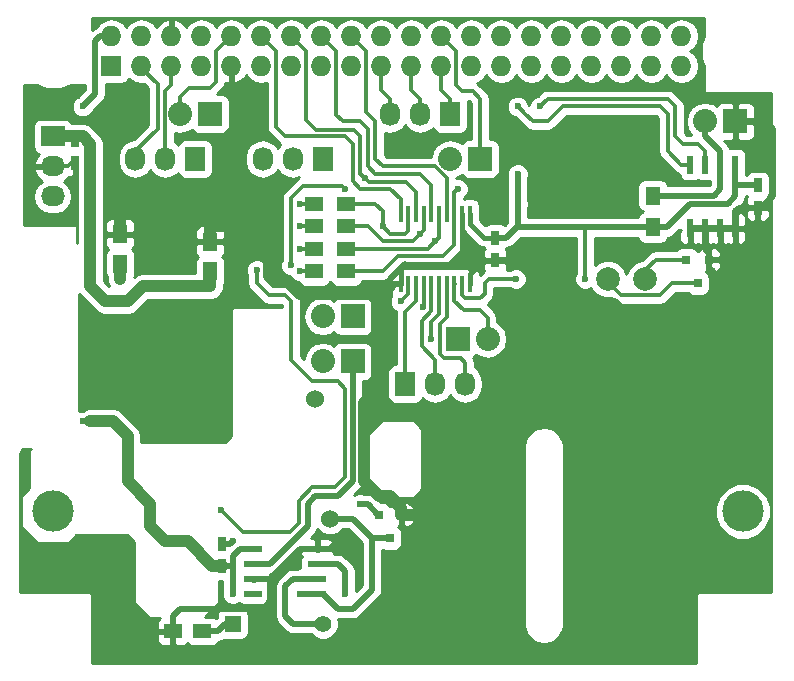
<source format=gbl>
G04 #@! TF.FileFunction,Copper,L2,Bot,Signal*
%FSLAX46Y46*%
G04 Gerber Fmt 4.6, Leading zero omitted, Abs format (unit mm)*
G04 Created by KiCad (PCBNEW 0.201512281231+6406~40~ubuntu14.04.1-stable) date Son 03 Jan 2016 21:13:02 CET*
%MOMM*%
G01*
G04 APERTURE LIST*
%ADD10C,0.200000*%
%ADD11R,0.600000X1.550000*%
%ADD12R,1.500000X1.300000*%
%ADD13R,1.727200X1.727200*%
%ADD14O,1.727200X1.727200*%
%ADD15R,2.032000X2.032000*%
%ADD16O,2.032000X2.032000*%
%ADD17R,1.727200X2.032000*%
%ADD18O,1.727200X2.032000*%
%ADD19R,1.500000X1.250000*%
%ADD20R,1.250000X1.500000*%
%ADD21R,0.750000X1.200000*%
%ADD22C,3.500120*%
%ADD23C,1.998980*%
%ADD24R,2.032000X1.727200*%
%ADD25O,2.032000X1.727200*%
%ADD26R,0.800100X0.800100*%
%ADD27R,1.300000X1.500000*%
%ADD28R,1.550000X0.600000*%
%ADD29R,0.450000X1.450000*%
%ADD30R,1.422400X1.422400*%
%ADD31C,1.422400*%
%ADD32C,1.524000*%
%ADD33C,0.600000*%
%ADD34C,1.000000*%
%ADD35C,1.000000*%
%ADD36C,0.500000*%
%ADD37C,0.350000*%
%ADD38C,0.400000*%
%ADD39C,0.250000*%
%ADD40C,0.254000*%
G04 APERTURE END LIST*
D10*
D11*
X99695000Y-53500000D03*
X98425000Y-53500000D03*
X97155000Y-53500000D03*
X95885000Y-53500000D03*
X95885000Y-48100000D03*
X97155000Y-48100000D03*
X98425000Y-48100000D03*
X99695000Y-48100000D03*
D12*
X66755000Y-57150000D03*
X64055000Y-57150000D03*
X66755000Y-55245000D03*
X64055000Y-55245000D03*
X66755000Y-53340000D03*
X64055000Y-53340000D03*
X66755000Y-51435000D03*
X64055000Y-51435000D03*
D13*
X46870000Y-39770000D03*
D14*
X46870000Y-37230000D03*
X49410000Y-39770000D03*
X49410000Y-37230000D03*
X51950000Y-39770000D03*
X51950000Y-37230000D03*
X54490000Y-39770000D03*
X54490000Y-37230000D03*
X57030000Y-39770000D03*
X57030000Y-37230000D03*
X59570000Y-39770000D03*
X59570000Y-37230000D03*
X62110000Y-39770000D03*
X62110000Y-37230000D03*
X64650000Y-39770000D03*
X64650000Y-37230000D03*
X67190000Y-39770000D03*
X67190000Y-37230000D03*
X69730000Y-39770000D03*
X69730000Y-37230000D03*
X72270000Y-39770000D03*
X72270000Y-37230000D03*
X74810000Y-39770000D03*
X74810000Y-37230000D03*
X77350000Y-39770000D03*
X77350000Y-37230000D03*
X79890000Y-39770000D03*
X79890000Y-37230000D03*
X82430000Y-39770000D03*
X82430000Y-37230000D03*
X84970000Y-39770000D03*
X84970000Y-37230000D03*
X87510000Y-39770000D03*
X87510000Y-37230000D03*
X90050000Y-39770000D03*
X90050000Y-37230000D03*
X92590000Y-39770000D03*
X92590000Y-37230000D03*
X95130000Y-39770000D03*
X95130000Y-37230000D03*
D15*
X67310000Y-60960000D03*
D16*
X64770000Y-60960000D03*
D17*
X53975000Y-47625000D03*
D18*
X51435000Y-47625000D03*
X48895000Y-47625000D03*
D19*
X54590000Y-87630000D03*
X52090000Y-87630000D03*
D20*
X47625000Y-56495000D03*
X47625000Y-53995000D03*
X55245000Y-57130000D03*
X55245000Y-54630000D03*
D21*
X79375000Y-54295000D03*
X79375000Y-56195000D03*
X43815000Y-46040000D03*
X43815000Y-47940000D03*
D17*
X71755000Y-66675000D03*
D18*
X74295000Y-66675000D03*
X76835000Y-66675000D03*
D15*
X67310000Y-64770000D03*
D16*
X64770000Y-64770000D03*
D15*
X76200000Y-62865000D03*
D16*
X78740000Y-62865000D03*
D22*
X100330000Y-77470000D03*
D23*
X92075000Y-57785000D03*
X88900000Y-57785000D03*
D24*
X41910000Y-45720000D03*
D25*
X41910000Y-48260000D03*
X41910000Y-50800000D03*
D17*
X64770000Y-47625000D03*
D18*
X62230000Y-47625000D03*
X59690000Y-47625000D03*
D17*
X75565000Y-43815000D03*
D18*
X73025000Y-43815000D03*
X70485000Y-43815000D03*
D15*
X99695000Y-44450000D03*
D16*
X97155000Y-44450000D03*
D15*
X55245000Y-43815000D03*
D16*
X52705000Y-43815000D03*
D15*
X78105000Y-47625000D03*
D16*
X75565000Y-47625000D03*
D26*
X69535000Y-77739240D03*
X71435000Y-77739240D03*
X70485000Y-79738220D03*
X95570000Y-56149240D03*
X97470000Y-56149240D03*
X96520000Y-58148220D03*
D27*
X92710000Y-53420000D03*
X92710000Y-50720000D03*
D28*
X64295000Y-80645000D03*
X64295000Y-81915000D03*
X64295000Y-83185000D03*
X64295000Y-84455000D03*
X58895000Y-84455000D03*
X58895000Y-83185000D03*
X58895000Y-81915000D03*
X58895000Y-80645000D03*
D29*
X77220000Y-58195000D03*
X76570000Y-58195000D03*
X75920000Y-58195000D03*
X75270000Y-58195000D03*
X74620000Y-58195000D03*
X73970000Y-58195000D03*
X73320000Y-58195000D03*
X72670000Y-58195000D03*
X72020000Y-58195000D03*
X71370000Y-58195000D03*
X71370000Y-52295000D03*
X72020000Y-52295000D03*
X72670000Y-52295000D03*
X73320000Y-52295000D03*
X73970000Y-52295000D03*
X74620000Y-52295000D03*
X75270000Y-52295000D03*
X75920000Y-52295000D03*
X76570000Y-52295000D03*
X77220000Y-52295000D03*
D30*
X57150000Y-86995000D03*
D31*
X64770000Y-86995000D03*
D32*
X65405000Y-78105000D03*
X64135000Y-67945000D03*
D22*
X41910000Y-77470000D03*
D21*
X101600000Y-49850000D03*
X101600000Y-51750000D03*
X56261000Y-82103000D03*
X56261000Y-80203000D03*
D33*
X72390000Y-46990000D03*
X71120000Y-46990000D03*
X73025000Y-46355000D03*
X71755000Y-46355000D03*
X70485000Y-46355000D03*
X86995000Y-45720000D03*
X86995000Y-44450000D03*
X86995000Y-51435000D03*
X85090000Y-51435000D03*
X83185000Y-51435000D03*
X73025000Y-77343000D03*
X88900000Y-59690000D03*
X57150000Y-80010000D03*
D34*
X55245000Y-53340000D03*
X47625000Y-52705000D03*
D33*
X66040000Y-80010000D03*
X45720000Y-69850000D03*
X45085000Y-69850000D03*
X44450000Y-69850000D03*
D34*
X47625000Y-57785000D03*
D33*
X44450000Y-43180000D03*
X57150000Y-84455000D03*
X81280000Y-51435000D03*
X86995000Y-57785000D03*
X81280000Y-48895000D03*
D34*
X55245000Y-58420000D03*
D33*
X62865000Y-57150000D03*
X81280000Y-43180000D03*
X83185000Y-43180000D03*
X67945000Y-76835000D03*
X81153000Y-57785000D03*
X71374000Y-59690000D03*
X62865000Y-83185000D03*
X68326000Y-49276000D03*
X66675000Y-50165000D03*
X56134000Y-77343000D03*
X62103000Y-56642000D03*
X59182000Y-57023000D03*
X73279000Y-60198000D03*
X62865000Y-55245000D03*
X62865000Y-53340000D03*
X62865000Y-51435000D03*
X73914000Y-62865000D03*
X62865000Y-84455000D03*
X59690000Y-81915000D03*
X66675000Y-84455000D03*
X76200000Y-50165000D03*
X74295000Y-54610000D03*
X73025000Y-53975000D03*
X69850000Y-53340000D03*
D35*
X70485000Y-58420000D02*
X69850000Y-59055000D01*
X69850000Y-59055000D02*
X62865000Y-59055000D01*
X59563000Y-53340000D02*
X55245000Y-53340000D01*
X60198000Y-53975000D02*
X59563000Y-53340000D01*
X60198000Y-57531000D02*
X60198000Y-53975000D01*
X60706000Y-58039000D02*
X60198000Y-57531000D01*
X61849000Y-58039000D02*
X60706000Y-58039000D01*
X62865000Y-59055000D02*
X61849000Y-58039000D01*
X71435000Y-77739240D02*
X72628760Y-77739240D01*
X72628760Y-77739240D02*
X73025000Y-77343000D01*
D36*
X97470000Y-56149240D02*
X97470000Y-55560000D01*
X97155000Y-55245000D02*
X97155000Y-53500000D01*
X97470000Y-55560000D02*
X97155000Y-55245000D01*
X88900000Y-59690000D02*
X89535000Y-59690000D01*
X89535000Y-59690000D02*
X90170000Y-60325000D01*
X90170000Y-60325000D02*
X97155000Y-60325000D01*
X97155000Y-60325000D02*
X97790000Y-59690000D01*
X97790000Y-59690000D02*
X97790000Y-57150000D01*
X97790000Y-57150000D02*
X97470000Y-56830000D01*
X97470000Y-56830000D02*
X97470000Y-56149240D01*
X79375000Y-56195000D02*
X84770000Y-56195000D01*
X84770000Y-56195000D02*
X85725000Y-57150000D01*
X85725000Y-57150000D02*
X85725000Y-59055000D01*
X85725000Y-59055000D02*
X86360000Y-59690000D01*
X86360000Y-59690000D02*
X88900000Y-59690000D01*
X70485000Y-58420000D02*
X70485000Y-57785000D01*
X70485000Y-57785000D02*
X71755000Y-56515000D01*
D35*
X71435000Y-77739240D02*
X71435000Y-77150000D01*
X69850000Y-66675000D02*
X69850000Y-59055000D01*
X68260002Y-68264998D02*
X69850000Y-66675000D01*
X68260002Y-74930000D02*
X68260002Y-68264998D01*
X69530002Y-76200000D02*
X68260002Y-74930000D01*
X70485000Y-76200000D02*
X69530002Y-76200000D01*
X71435000Y-77150000D02*
X70485000Y-76200000D01*
D36*
X56261000Y-80203000D02*
X56957000Y-80203000D01*
X56957000Y-80203000D02*
X57150000Y-80010000D01*
D37*
X43815000Y-47940000D02*
X43500000Y-47940000D01*
X43500000Y-47940000D02*
X43180000Y-48260000D01*
X43180000Y-48260000D02*
X41910000Y-48260000D01*
D36*
X52090000Y-87630000D02*
X52090000Y-86340000D01*
X52090000Y-86340000D02*
X52705000Y-85725000D01*
X52705000Y-85725000D02*
X59690000Y-85725000D01*
X59690000Y-85725000D02*
X60325000Y-85090000D01*
X60325000Y-85090000D02*
X60325000Y-83185000D01*
X101600000Y-51750000D02*
X101920000Y-51750000D01*
X101920000Y-51750000D02*
X102870000Y-50800000D01*
X102870000Y-50800000D02*
X102870000Y-45085000D01*
X102870000Y-45085000D02*
X102235000Y-44450000D01*
X102235000Y-44450000D02*
X99695000Y-44450000D01*
X97155000Y-53500000D02*
X95885000Y-53500000D01*
X98425000Y-53500000D02*
X97155000Y-53500000D01*
X99695000Y-53500000D02*
X98425000Y-53500000D01*
X99695000Y-53500000D02*
X99695000Y-52070000D01*
X99695000Y-52070000D02*
X100015000Y-51750000D01*
X100015000Y-51750000D02*
X101600000Y-51750000D01*
D35*
X55245000Y-53340000D02*
X55245000Y-54630000D01*
X47625000Y-52705000D02*
X47625000Y-53995000D01*
D38*
X76570000Y-52295000D02*
X76570000Y-56515000D01*
X76570000Y-56515000D02*
X76835000Y-56515000D01*
X71370000Y-58195000D02*
X71370000Y-56900000D01*
X71370000Y-56900000D02*
X71755000Y-56515000D01*
X71755000Y-56515000D02*
X76835000Y-56515000D01*
X76835000Y-56515000D02*
X77470000Y-57150000D01*
X77220000Y-58195000D02*
X77220000Y-57400000D01*
X77220000Y-57400000D02*
X77470000Y-57150000D01*
X77470000Y-57150000D02*
X78105000Y-56515000D01*
X78105000Y-56515000D02*
X78425000Y-56195000D01*
X78425000Y-56195000D02*
X79375000Y-56195000D01*
D36*
X58895000Y-83185000D02*
X60325000Y-83185000D01*
X62865000Y-80645000D02*
X64295000Y-80645000D01*
X60325000Y-83185000D02*
X62865000Y-80645000D01*
X64295000Y-80645000D02*
X65405000Y-80645000D01*
X65405000Y-80645000D02*
X66040000Y-80010000D01*
D37*
X51950000Y-37230000D02*
X52230000Y-37230000D01*
D35*
X56261000Y-82103000D02*
X55433000Y-82103000D01*
X55433000Y-82103000D02*
X53340000Y-80010000D01*
X53340000Y-80010000D02*
X51435000Y-80010000D01*
X51435000Y-80010000D02*
X50165000Y-78740000D01*
X50165000Y-78740000D02*
X50165000Y-76835000D01*
X50165000Y-76835000D02*
X48260000Y-74930000D01*
X48260000Y-74930000D02*
X48260000Y-71120000D01*
X48260000Y-71120000D02*
X46990000Y-69850000D01*
X46990000Y-69850000D02*
X45720000Y-69850000D01*
X45720000Y-69850000D02*
X45085000Y-69850000D01*
D36*
X56261000Y-82103000D02*
X57150000Y-82103000D01*
X57150000Y-82103000D02*
X57150000Y-81915000D01*
D35*
X47625000Y-57785000D02*
X47625000Y-56495000D01*
D36*
X46870000Y-37230000D02*
X45955000Y-37230000D01*
X45955000Y-37230000D02*
X45529500Y-37655500D01*
X45529500Y-37655500D02*
X45529500Y-42100500D01*
X45529500Y-42100500D02*
X44450000Y-43180000D01*
X58895000Y-80645000D02*
X57785000Y-80645000D01*
X57150000Y-81280000D02*
X57150000Y-81915000D01*
X57150000Y-81915000D02*
X57150000Y-84455000D01*
X57785000Y-80645000D02*
X57150000Y-81280000D01*
D37*
X86995000Y-57785000D02*
X86995000Y-53420000D01*
X86995000Y-53420000D02*
X86995000Y-53340000D01*
X86995000Y-53340000D02*
X86995000Y-53420000D01*
X43815000Y-46040000D02*
X42230000Y-46040000D01*
X42230000Y-46040000D02*
X41910000Y-45720000D01*
D36*
X81280000Y-53420000D02*
X81280000Y-51435000D01*
X81280000Y-51435000D02*
X81280000Y-48895000D01*
X92710000Y-53420000D02*
X86995000Y-53420000D01*
X86995000Y-53420000D02*
X81280000Y-53420000D01*
X81280000Y-53420000D02*
X81200000Y-53420000D01*
X81200000Y-53420000D02*
X80325000Y-54295000D01*
X80325000Y-54295000D02*
X79375000Y-54295000D01*
X101600000Y-49850000D02*
X99695000Y-49850000D01*
X99695000Y-49850000D02*
X99695000Y-49530000D01*
X92710000Y-53420000D02*
X93900000Y-53420000D01*
X93900000Y-53420000D02*
X95885000Y-51435000D01*
X95885000Y-51435000D02*
X99060000Y-51435000D01*
X99060000Y-51435000D02*
X99695000Y-50800000D01*
X99695000Y-50800000D02*
X99695000Y-49530000D01*
X99695000Y-49530000D02*
X99695000Y-48100000D01*
D35*
X55245000Y-58420000D02*
X49530000Y-58420000D01*
X49530000Y-58420000D02*
X48260000Y-59690000D01*
X48260000Y-59690000D02*
X46355000Y-59690000D01*
X46355000Y-59690000D02*
X45085000Y-58420000D01*
X45085000Y-58420000D02*
X45085000Y-46355000D01*
X45085000Y-46355000D02*
X44450000Y-45720000D01*
X44450000Y-45720000D02*
X41910000Y-45720000D01*
X55245000Y-58420000D02*
X55245000Y-57130000D01*
D38*
X77220000Y-52295000D02*
X77220000Y-53090000D01*
X77220000Y-53090000D02*
X78425000Y-54295000D01*
X78425000Y-54295000D02*
X79375000Y-54295000D01*
D37*
X62865000Y-57150000D02*
X64055000Y-57150000D01*
X81280000Y-43180000D02*
X81915000Y-43815000D01*
X81915000Y-43815000D02*
X82550000Y-44450000D01*
X82550000Y-44450000D02*
X83820000Y-44450000D01*
X83820000Y-44450000D02*
X84455000Y-43815000D01*
X84455000Y-43815000D02*
X85090000Y-43180000D01*
X85090000Y-43180000D02*
X93345000Y-43180000D01*
X93345000Y-43180000D02*
X93980000Y-43815000D01*
X93980000Y-43815000D02*
X93980000Y-46990000D01*
X93980000Y-46990000D02*
X95090000Y-48100000D01*
X95090000Y-48100000D02*
X95885000Y-48100000D01*
X97155000Y-48100000D02*
X97155000Y-46990000D01*
X97155000Y-46990000D02*
X96520000Y-46355000D01*
X96520000Y-46355000D02*
X95250000Y-46355000D01*
X95250000Y-46355000D02*
X94615000Y-45720000D01*
X94615000Y-45720000D02*
X94615000Y-43180000D01*
X94615000Y-43180000D02*
X93980000Y-42545000D01*
X93980000Y-42545000D02*
X83820000Y-42545000D01*
X83820000Y-42545000D02*
X83185000Y-43180000D01*
D39*
X79890000Y-37230000D02*
X79980000Y-37230000D01*
D36*
X98425000Y-48100000D02*
X98425000Y-46990000D01*
X98425000Y-46990000D02*
X97155000Y-45720000D01*
X97155000Y-45720000D02*
X97155000Y-44450000D01*
X92710000Y-50720000D02*
X97870000Y-50720000D01*
X97870000Y-50720000D02*
X98425000Y-50165000D01*
X98425000Y-50165000D02*
X98425000Y-48100000D01*
X68580000Y-76835000D02*
X69484240Y-77739240D01*
X67945000Y-76835000D02*
X68580000Y-76835000D01*
X69484240Y-77739240D02*
X69535000Y-77739240D01*
D37*
X88900000Y-57785000D02*
X88900000Y-58039000D01*
X88900000Y-58039000D02*
X90043000Y-59182000D01*
X90043000Y-59182000D02*
X93345000Y-59182000D01*
X93345000Y-59182000D02*
X94378780Y-58148220D01*
X94378780Y-58148220D02*
X96520000Y-58148220D01*
X88900000Y-57785000D02*
X89535000Y-57785000D01*
X76570000Y-58195000D02*
X76570000Y-59171000D01*
X76570000Y-59171000D02*
X76835000Y-59436000D01*
X76835000Y-59436000D02*
X78105000Y-59436000D01*
X78105000Y-59436000D02*
X78486000Y-59055000D01*
X78486000Y-59055000D02*
X78486000Y-58166000D01*
X78486000Y-58166000D02*
X78867000Y-57785000D01*
X78867000Y-57785000D02*
X81153000Y-57785000D01*
X72020000Y-58195000D02*
X72020000Y-59044000D01*
X72020000Y-59044000D02*
X71374000Y-59690000D01*
D36*
X62865000Y-83185000D02*
X62230000Y-83185000D01*
X62230000Y-86995000D02*
X64770000Y-86995000D01*
X61595000Y-86360000D02*
X62230000Y-86995000D01*
X61595000Y-83820000D02*
X61595000Y-86360000D01*
X62230000Y-83185000D02*
X61595000Y-83820000D01*
X64295000Y-83185000D02*
X62865000Y-83185000D01*
D37*
X71370000Y-52295000D02*
X71370000Y-51050000D01*
X61595000Y-45720000D02*
X66675000Y-45720000D01*
X60833000Y-44958000D02*
X61595000Y-45720000D01*
X60833000Y-38481000D02*
X60833000Y-44958000D01*
X60833000Y-38481000D02*
X59582000Y-37230000D01*
X67310000Y-46355000D02*
X66675000Y-45720000D01*
X67310000Y-49530000D02*
X67310000Y-46355000D01*
X67945000Y-50165000D02*
X67310000Y-49530000D01*
X70485000Y-50165000D02*
X67945000Y-50165000D01*
X71370000Y-51050000D02*
X70485000Y-50165000D01*
X59570000Y-37230000D02*
X59582000Y-37230000D01*
X62103000Y-59944000D02*
X62103000Y-59690000D01*
X66421000Y-49911000D02*
X66675000Y-50165000D01*
X63119000Y-49911000D02*
X66421000Y-49911000D01*
X62103000Y-50927000D02*
X63119000Y-49911000D01*
X62103000Y-56642000D02*
X62103000Y-50927000D01*
X62103000Y-64643000D02*
X62103000Y-59944000D01*
X63881000Y-66421000D02*
X62103000Y-64643000D01*
X66040000Y-66421000D02*
X63881000Y-66421000D01*
X66684998Y-67065998D02*
X66040000Y-66421000D01*
X66684998Y-74539002D02*
X66684998Y-67065998D01*
X65786000Y-75438000D02*
X66684998Y-74539002D01*
X63881000Y-75438000D02*
X65786000Y-75438000D01*
X62738000Y-76581000D02*
X63881000Y-75438000D01*
X62738000Y-78486000D02*
X62738000Y-76581000D01*
X61976000Y-79248000D02*
X62738000Y-78486000D01*
X58039000Y-79248000D02*
X61976000Y-79248000D01*
X56134000Y-77343000D02*
X58039000Y-79248000D01*
X59182000Y-58166000D02*
X59182000Y-57023000D01*
X60198000Y-59182000D02*
X59182000Y-58166000D01*
X61595000Y-59182000D02*
X60198000Y-59182000D01*
X62103000Y-59690000D02*
X61595000Y-59182000D01*
X72670000Y-52295000D02*
X72670000Y-50445000D01*
X63373000Y-38493000D02*
X62110000Y-37230000D01*
X63373000Y-44323000D02*
X63373000Y-38493000D01*
X64219998Y-45169998D02*
X63373000Y-44323000D01*
X67394998Y-45169998D02*
X64219998Y-45169998D01*
X67945000Y-45720000D02*
X67394998Y-45169998D01*
X67945000Y-48895000D02*
X67945000Y-45720000D01*
X68664998Y-49614998D02*
X68326000Y-49276000D01*
X68326000Y-49276000D02*
X67945000Y-48895000D01*
X71839998Y-49614998D02*
X68664998Y-49614998D01*
X72670000Y-50445000D02*
X71839998Y-49614998D01*
D39*
X84970000Y-37230000D02*
X84982000Y-37230000D01*
D37*
X73320000Y-58195000D02*
X73320000Y-60157000D01*
X73320000Y-60157000D02*
X73279000Y-60198000D01*
X72670000Y-58195000D02*
X72670000Y-59664000D01*
X72670000Y-59664000D02*
X71755000Y-60579000D01*
X71755000Y-60579000D02*
X71755000Y-66675000D01*
X64055000Y-55245000D02*
X62865000Y-55245000D01*
X62865000Y-53340000D02*
X64055000Y-53340000D01*
X64055000Y-51435000D02*
X62865000Y-51435000D01*
X73970000Y-52295000D02*
X73970000Y-49840000D01*
X65913000Y-38493000D02*
X64650000Y-37230000D01*
X65913000Y-43878500D02*
X65913000Y-38493000D01*
X66484500Y-44450000D02*
X65913000Y-43878500D01*
X67945000Y-44450000D02*
X66484500Y-44450000D01*
X68580000Y-45085000D02*
X67945000Y-44450000D01*
X68580000Y-48260000D02*
X68580000Y-45085000D01*
X69215000Y-48895000D02*
X68580000Y-48260000D01*
X73025000Y-48895000D02*
X69215000Y-48895000D01*
X73970000Y-49840000D02*
X73025000Y-48895000D01*
D39*
X64650000Y-37230000D02*
X64730000Y-37230000D01*
D37*
X75270000Y-52295000D02*
X75270000Y-49235000D01*
X68453000Y-38493000D02*
X67190000Y-37230000D01*
X68453000Y-43688000D02*
X68453000Y-38493000D01*
X69215000Y-44450000D02*
X68453000Y-43688000D01*
X69215000Y-47625000D02*
X69215000Y-44450000D01*
X69850000Y-48260000D02*
X69215000Y-47625000D01*
X74295000Y-48260000D02*
X69850000Y-48260000D01*
X75270000Y-49235000D02*
X74295000Y-48260000D01*
D39*
X90050000Y-37230000D02*
X90024000Y-37230000D01*
D37*
X74620000Y-58195000D02*
X74620000Y-60762000D01*
X74620000Y-60762000D02*
X73914000Y-61468000D01*
X73914000Y-61468000D02*
X73914000Y-62865000D01*
X75920000Y-58195000D02*
X75920000Y-59664000D01*
X75920000Y-59664000D02*
X76708000Y-60452000D01*
X76708000Y-60452000D02*
X78105000Y-60452000D01*
X78105000Y-60452000D02*
X78740000Y-61087000D01*
X78740000Y-61087000D02*
X78740000Y-62865000D01*
X75946000Y-58221000D02*
X75920000Y-58195000D01*
X48895000Y-47625000D02*
X48895000Y-46990000D01*
X48895000Y-46990000D02*
X50800000Y-45085000D01*
X50800000Y-45085000D02*
X50800000Y-41275000D01*
X50800000Y-41275000D02*
X49410000Y-39885000D01*
X49410000Y-39885000D02*
X49410000Y-39770000D01*
X51435000Y-47625000D02*
X51435000Y-41910000D01*
X51950000Y-41395000D02*
X51950000Y-39770000D01*
X51435000Y-41910000D02*
X51950000Y-41395000D01*
X52705000Y-43815000D02*
X52705000Y-42354500D01*
X55753000Y-38507000D02*
X57030000Y-37230000D01*
X55753000Y-41084500D02*
X55753000Y-38507000D01*
X55245000Y-41592500D02*
X55753000Y-41084500D01*
X53467000Y-41592500D02*
X55245000Y-41592500D01*
X52705000Y-42354500D02*
X53467000Y-41592500D01*
X70485000Y-43815000D02*
X70485000Y-42545000D01*
X69730000Y-41790000D02*
X69730000Y-39770000D01*
X70485000Y-42545000D02*
X69730000Y-41790000D01*
X73025000Y-43815000D02*
X73025000Y-42545000D01*
X72270000Y-41790000D02*
X72270000Y-39770000D01*
X73025000Y-42545000D02*
X72270000Y-41790000D01*
X75565000Y-43815000D02*
X75565000Y-42545000D01*
X74810000Y-41790000D02*
X74810000Y-39770000D01*
X75565000Y-42545000D02*
X74810000Y-41790000D01*
X78105000Y-47625000D02*
X78105000Y-42545000D01*
X76073000Y-38493000D02*
X74810000Y-37230000D01*
X76073000Y-41402000D02*
X76073000Y-38493000D01*
X76581000Y-41910000D02*
X76073000Y-41402000D01*
X77470000Y-41910000D02*
X76581000Y-41910000D01*
X78105000Y-42545000D02*
X77470000Y-41910000D01*
D36*
X57150000Y-86995000D02*
X56515000Y-86995000D01*
X56515000Y-86995000D02*
X55880000Y-87630000D01*
X55880000Y-87630000D02*
X54590000Y-87630000D01*
D37*
X73970000Y-58195000D02*
X73970000Y-60523000D01*
X73970000Y-60523000D02*
X73152000Y-61341000D01*
X73152000Y-61341000D02*
X73152000Y-63500000D01*
X73152000Y-63500000D02*
X74295000Y-64643000D01*
X74295000Y-64643000D02*
X74295000Y-66675000D01*
X75270000Y-58195000D02*
X75270000Y-61001000D01*
X75270000Y-61001000D02*
X74676000Y-61595000D01*
X74676000Y-61595000D02*
X74676000Y-64135000D01*
X74676000Y-64135000D02*
X75057000Y-64516000D01*
X75057000Y-64516000D02*
X76454000Y-64516000D01*
X76454000Y-64516000D02*
X76835000Y-64897000D01*
X76835000Y-64897000D02*
X76835000Y-66675000D01*
D36*
X64295000Y-84455000D02*
X64770000Y-84455000D01*
X64770000Y-84455000D02*
X66040000Y-85725000D01*
X68943220Y-84091780D02*
X68943220Y-79738220D01*
X67310000Y-85725000D02*
X68943220Y-84091780D01*
X66040000Y-85725000D02*
X67310000Y-85725000D01*
X64295000Y-84455000D02*
X62865000Y-84455000D01*
X65405000Y-78105000D02*
X67310000Y-78105000D01*
X68943220Y-79738220D02*
X70485000Y-79738220D01*
X67310000Y-78105000D02*
X68943220Y-79738220D01*
X59690000Y-81915000D02*
X60325000Y-81915000D01*
X67310000Y-74930000D02*
X67310000Y-64770000D01*
X66040000Y-76200000D02*
X67310000Y-74930000D01*
X64135000Y-76200000D02*
X66040000Y-76200000D01*
X63500000Y-76835000D02*
X64135000Y-76200000D01*
X63500000Y-78740000D02*
X63500000Y-76835000D01*
X60325000Y-81915000D02*
X63500000Y-78740000D01*
X59690000Y-81915000D02*
X58895000Y-81915000D01*
D37*
X92075000Y-57785000D02*
X92075000Y-57023000D01*
X92075000Y-57023000D02*
X92948760Y-56149240D01*
X92948760Y-56149240D02*
X95570000Y-56149240D01*
D36*
X64295000Y-81915000D02*
X66040000Y-81915000D01*
X66675000Y-82550000D02*
X66675000Y-84455000D01*
X66040000Y-81915000D02*
X66675000Y-82550000D01*
D37*
X75920000Y-52295000D02*
X75920000Y-50445000D01*
X75920000Y-50445000D02*
X76200000Y-50165000D01*
X66755000Y-57150000D02*
X69850000Y-57150000D01*
X75920000Y-54890000D02*
X75920000Y-52295000D01*
X74930000Y-55880000D02*
X75920000Y-54890000D01*
X71120000Y-55880000D02*
X74930000Y-55880000D01*
X69850000Y-57150000D02*
X71120000Y-55880000D01*
X66755000Y-55245000D02*
X73660000Y-55245000D01*
X74620000Y-54285000D02*
X74620000Y-52295000D01*
X73660000Y-55245000D02*
X74295000Y-54610000D01*
X74295000Y-54610000D02*
X74620000Y-54285000D01*
X66755000Y-53340000D02*
X68580000Y-53340000D01*
X73320000Y-53680000D02*
X73320000Y-52295000D01*
X72390000Y-54610000D02*
X73025000Y-53975000D01*
X73025000Y-53975000D02*
X73320000Y-53680000D01*
X69850000Y-54610000D02*
X72390000Y-54610000D01*
X68580000Y-53340000D02*
X69850000Y-54610000D01*
X72020000Y-52295000D02*
X72020000Y-53710000D01*
X69215000Y-51435000D02*
X66755000Y-51435000D01*
X69850000Y-52070000D02*
X69215000Y-51435000D01*
X69850000Y-53340000D02*
X69850000Y-52070000D01*
X70485000Y-53975000D02*
X69850000Y-53340000D01*
X71755000Y-53975000D02*
X70485000Y-53975000D01*
X72020000Y-53710000D02*
X71755000Y-53975000D01*
D40*
G36*
X97028000Y-37242536D02*
X96773561Y-37855294D01*
X96772441Y-39139074D01*
X97028000Y-39757575D01*
X97028000Y-41910000D01*
X97038006Y-41959410D01*
X97066447Y-42001035D01*
X97108841Y-42028315D01*
X97155000Y-42037000D01*
X102743000Y-42037000D01*
X102743000Y-84328000D01*
X100775810Y-84328000D01*
X100644706Y-84273561D01*
X99360926Y-84272441D01*
X99226463Y-84328000D01*
X96520000Y-84328000D01*
X96470590Y-84338006D01*
X96428965Y-84366447D01*
X96401685Y-84408841D01*
X96393000Y-84455000D01*
X96393000Y-90323000D01*
X45212000Y-90323000D01*
X45212000Y-88179479D01*
X45226439Y-88144706D01*
X45226638Y-87915750D01*
X50705000Y-87915750D01*
X50705000Y-88381310D01*
X50801673Y-88614699D01*
X50980302Y-88793327D01*
X51213691Y-88890000D01*
X51804250Y-88890000D01*
X51963000Y-88731250D01*
X51963000Y-87757000D01*
X50863750Y-87757000D01*
X50705000Y-87915750D01*
X45226638Y-87915750D01*
X45227559Y-86860926D01*
X45212000Y-86823270D01*
X45212000Y-84455000D01*
X45201994Y-84405590D01*
X45173553Y-84363965D01*
X45131159Y-84336685D01*
X45085000Y-84328000D01*
X42775810Y-84328000D01*
X42644706Y-84273561D01*
X41360926Y-84272441D01*
X41226463Y-84328000D01*
X39177000Y-84328000D01*
X39177000Y-72566680D01*
X39213841Y-72381468D01*
X39280983Y-72280983D01*
X39381468Y-72213841D01*
X39566679Y-72177000D01*
X40038394Y-72177000D01*
X39915197Y-72300197D01*
X39888006Y-72340590D01*
X39878000Y-72390000D01*
X39878000Y-75512394D01*
X39280197Y-76110197D01*
X39253006Y-76150590D01*
X39243000Y-76200000D01*
X39243000Y-78740000D01*
X39252334Y-78787789D01*
X39280197Y-78829803D01*
X40550197Y-80099803D01*
X40590590Y-80126994D01*
X40640000Y-80137000D01*
X43180000Y-80137000D01*
X43227789Y-80127666D01*
X43269803Y-80099803D01*
X43867606Y-79502000D01*
X48207394Y-79502000D01*
X48768000Y-80062606D01*
X48768000Y-85090000D01*
X48777334Y-85137789D01*
X48805197Y-85179803D01*
X50075197Y-86449803D01*
X50115590Y-86476994D01*
X50165000Y-86487000D01*
X50959975Y-86487000D01*
X50801673Y-86645301D01*
X50705000Y-86878690D01*
X50705000Y-87344250D01*
X50863750Y-87503000D01*
X51963000Y-87503000D01*
X51963000Y-87483000D01*
X52217000Y-87483000D01*
X52217000Y-87503000D01*
X52237000Y-87503000D01*
X52237000Y-87757000D01*
X52217000Y-87757000D01*
X52217000Y-88731250D01*
X52375750Y-88890000D01*
X52966309Y-88890000D01*
X53199698Y-88793327D01*
X53346721Y-88646305D01*
X53381757Y-88700753D01*
X53591283Y-88843917D01*
X53840000Y-88894283D01*
X55340000Y-88894283D01*
X55572352Y-88850563D01*
X55785753Y-88713243D01*
X55928917Y-88503717D01*
X55930277Y-88496999D01*
X56215613Y-88440242D01*
X56376356Y-88332838D01*
X56438800Y-88345483D01*
X57861200Y-88345483D01*
X58093552Y-88301763D01*
X58306953Y-88164443D01*
X58450117Y-87954917D01*
X58500483Y-87706200D01*
X58500483Y-86283800D01*
X58456763Y-86051448D01*
X58319443Y-85838047D01*
X58109917Y-85694883D01*
X57861200Y-85644517D01*
X56438800Y-85644517D01*
X56206448Y-85688237D01*
X55993047Y-85825557D01*
X55849883Y-86035083D01*
X55799517Y-86283800D01*
X55799517Y-86470218D01*
X55746109Y-86523625D01*
X55588717Y-86416083D01*
X55340000Y-86365717D01*
X54783889Y-86365717D01*
X55969803Y-85179803D01*
X55996994Y-85139410D01*
X56007000Y-85090000D01*
X56007000Y-83342283D01*
X56273000Y-83342283D01*
X56273000Y-84149774D01*
X56223161Y-84269799D01*
X56222839Y-84638583D01*
X56363669Y-84979417D01*
X56624211Y-85240414D01*
X56964799Y-85381839D01*
X57333583Y-85382161D01*
X57674417Y-85241331D01*
X57693404Y-85222377D01*
X57871283Y-85343917D01*
X58120000Y-85394283D01*
X59670000Y-85394283D01*
X59902352Y-85350563D01*
X60115753Y-85213243D01*
X60258917Y-85003717D01*
X60309283Y-84755000D01*
X60309283Y-84155000D01*
X60265563Y-83922648D01*
X60211099Y-83838008D01*
X60305000Y-83611310D01*
X60305000Y-83470750D01*
X60146250Y-83312000D01*
X59022000Y-83312000D01*
X59022000Y-83332000D01*
X58768000Y-83332000D01*
X58768000Y-83312000D01*
X58748000Y-83312000D01*
X58748000Y-83058000D01*
X58768000Y-83058000D01*
X58768000Y-83038000D01*
X59022000Y-83038000D01*
X59022000Y-83058000D01*
X60146250Y-83058000D01*
X60305000Y-82899250D01*
X60305000Y-82792000D01*
X60325000Y-82792000D01*
X60660613Y-82725242D01*
X60945133Y-82535133D01*
X63003008Y-80477258D01*
X63043750Y-80518000D01*
X64168000Y-80518000D01*
X64168000Y-79868750D01*
X64422000Y-79868750D01*
X64422000Y-80518000D01*
X65546250Y-80518000D01*
X65705000Y-80359250D01*
X65705000Y-80218690D01*
X65608327Y-79985301D01*
X65429698Y-79806673D01*
X65196309Y-79710000D01*
X64580750Y-79710000D01*
X64422000Y-79868750D01*
X64168000Y-79868750D01*
X64009250Y-79710000D01*
X63770266Y-79710000D01*
X64120133Y-79360133D01*
X64310242Y-79075613D01*
X64327032Y-78991207D01*
X64617167Y-79281850D01*
X65127499Y-79493758D01*
X65680077Y-79494240D01*
X66190777Y-79283223D01*
X66492527Y-78982000D01*
X66946734Y-78982000D01*
X68066220Y-80101486D01*
X68066220Y-83728514D01*
X67579108Y-84215626D01*
X67552000Y-84150018D01*
X67552000Y-82550005D01*
X67552001Y-82550000D01*
X67485242Y-82214387D01*
X67408946Y-82100201D01*
X67295133Y-81929867D01*
X67295130Y-81929865D01*
X66660133Y-81294867D01*
X66375613Y-81104758D01*
X66040000Y-81038000D01*
X65705000Y-81038000D01*
X65705000Y-80930750D01*
X65546250Y-80772000D01*
X64422000Y-80772000D01*
X64422000Y-80792000D01*
X64168000Y-80792000D01*
X64168000Y-80772000D01*
X63043750Y-80772000D01*
X62885000Y-80930750D01*
X62885000Y-81071310D01*
X62978461Y-81296944D01*
X62931083Y-81366283D01*
X62880717Y-81615000D01*
X62880717Y-82215000D01*
X62888812Y-82258020D01*
X62681417Y-82257839D01*
X62560018Y-82308000D01*
X62230005Y-82308000D01*
X62230000Y-82307999D01*
X61894387Y-82374758D01*
X61609867Y-82564867D01*
X61609865Y-82564870D01*
X60974867Y-83199867D01*
X60784758Y-83484387D01*
X60718000Y-83820000D01*
X60718000Y-86360000D01*
X60784758Y-86695613D01*
X60974867Y-86980133D01*
X61609865Y-87615130D01*
X61609867Y-87615133D01*
X61874277Y-87791805D01*
X61894387Y-87805242D01*
X62230000Y-87872001D01*
X62230005Y-87872000D01*
X63754620Y-87872000D01*
X64010981Y-88128809D01*
X64502648Y-88332967D01*
X65035017Y-88333432D01*
X65527039Y-88130132D01*
X65903809Y-87754019D01*
X66107967Y-87262352D01*
X66108432Y-86729983D01*
X66055550Y-86602000D01*
X67310000Y-86602000D01*
X67645613Y-86535242D01*
X67930133Y-86345133D01*
X69563353Y-84711913D01*
X69753462Y-84427393D01*
X69820221Y-84091780D01*
X69820220Y-84091775D01*
X69820220Y-80716246D01*
X69836233Y-80727187D01*
X70084950Y-80777553D01*
X70885050Y-80777553D01*
X71117402Y-80733833D01*
X71330803Y-80596513D01*
X71473967Y-80386987D01*
X71524333Y-80138270D01*
X71524333Y-79338170D01*
X71480613Y-79105818D01*
X71343293Y-78892417D01*
X71157839Y-78765701D01*
X71308000Y-78615540D01*
X71308000Y-77866240D01*
X71562000Y-77866240D01*
X71562000Y-78615540D01*
X71720750Y-78774290D01*
X71961359Y-78774290D01*
X72194748Y-78677617D01*
X72373377Y-78498989D01*
X72470050Y-78265600D01*
X72470050Y-78024990D01*
X72311300Y-77866240D01*
X71562000Y-77866240D01*
X71308000Y-77866240D01*
X71288000Y-77866240D01*
X71288000Y-77612240D01*
X71308000Y-77612240D01*
X71308000Y-76862940D01*
X71562000Y-76862940D01*
X71562000Y-77612240D01*
X72311300Y-77612240D01*
X72470050Y-77453490D01*
X72470050Y-77212880D01*
X72373377Y-76979491D01*
X72194748Y-76800863D01*
X71961359Y-76704190D01*
X71720750Y-76704190D01*
X71562000Y-76862940D01*
X71308000Y-76862940D01*
X71149250Y-76704190D01*
X70908641Y-76704190D01*
X70675252Y-76800863D01*
X70496623Y-76979491D01*
X70477843Y-77024831D01*
X70393293Y-76893437D01*
X70183767Y-76750273D01*
X69935050Y-76699907D01*
X69685172Y-76699907D01*
X69200133Y-76214867D01*
X68915613Y-76024758D01*
X68580000Y-75958000D01*
X68250226Y-75958000D01*
X68130201Y-75908161D01*
X67761417Y-75907839D01*
X67439351Y-76040914D01*
X67930130Y-75550135D01*
X67930133Y-75550133D01*
X68069869Y-75341002D01*
X68120242Y-75265614D01*
X68187000Y-74930000D01*
X68187000Y-74716606D01*
X69760197Y-76289803D01*
X69800590Y-76316994D01*
X69850000Y-76327000D01*
X72390000Y-76327000D01*
X72437789Y-76317666D01*
X72479803Y-76289803D01*
X73114803Y-75654803D01*
X73141994Y-75614410D01*
X73152000Y-75565000D01*
X73152000Y-72000000D01*
X81823000Y-72000000D01*
X81823000Y-87000000D01*
X81836008Y-87065396D01*
X81836008Y-87132076D01*
X81912128Y-87514758D01*
X81957985Y-87625466D01*
X82013215Y-87758804D01*
X82229988Y-88083228D01*
X82416772Y-88270012D01*
X82741196Y-88486785D01*
X82985241Y-88587872D01*
X83367924Y-88663992D01*
X83632076Y-88663992D01*
X84014758Y-88587872D01*
X84258804Y-88486785D01*
X84583228Y-88270012D01*
X84770012Y-88083228D01*
X84986785Y-87758804D01*
X85040137Y-87630000D01*
X85087872Y-87514759D01*
X85163992Y-87132076D01*
X85163992Y-87065396D01*
X85177000Y-87000000D01*
X85177000Y-77940752D01*
X97952529Y-77940752D01*
X98313652Y-78814737D01*
X98981746Y-79483998D01*
X99855099Y-79846646D01*
X100800752Y-79847471D01*
X101674737Y-79486348D01*
X102343998Y-78818254D01*
X102706646Y-77944901D01*
X102707471Y-76999248D01*
X102346348Y-76125263D01*
X101678254Y-75456002D01*
X100804901Y-75093354D01*
X99859248Y-75092529D01*
X98985263Y-75453652D01*
X98316002Y-76121746D01*
X97953354Y-76995099D01*
X97952529Y-77940752D01*
X85177000Y-77940752D01*
X85177000Y-72000000D01*
X85163992Y-71934604D01*
X85163992Y-71867924D01*
X85087872Y-71485241D01*
X84986785Y-71241196D01*
X84770012Y-70916772D01*
X84583228Y-70729988D01*
X84258804Y-70513215D01*
X84014758Y-70412128D01*
X83632076Y-70336008D01*
X83500000Y-70336008D01*
X82985241Y-70412128D01*
X82773100Y-70500000D01*
X82741196Y-70513215D01*
X82416772Y-70729988D01*
X82229988Y-70916772D01*
X82013215Y-71241196D01*
X81912128Y-71485242D01*
X81836008Y-71867924D01*
X81836008Y-71934604D01*
X81823000Y-72000000D01*
X73152000Y-72000000D01*
X73152000Y-70485000D01*
X73142666Y-70437211D01*
X73114803Y-70395197D01*
X72479803Y-69760197D01*
X72439410Y-69733006D01*
X72390000Y-69723000D01*
X69850000Y-69723000D01*
X69802211Y-69732334D01*
X69760197Y-69760197D01*
X68187000Y-71333394D01*
X68187000Y-66425283D01*
X68326000Y-66425283D01*
X68558352Y-66381563D01*
X68771753Y-66244243D01*
X68914917Y-66034717D01*
X68965283Y-65786000D01*
X68965283Y-63754000D01*
X68921563Y-63521648D01*
X68784243Y-63308247D01*
X68574717Y-63165083D01*
X68326000Y-63114717D01*
X66294000Y-63114717D01*
X66061648Y-63158437D01*
X65848247Y-63295757D01*
X65742949Y-63449865D01*
X65398749Y-63219878D01*
X64770000Y-63094812D01*
X64141251Y-63219878D01*
X63608224Y-63576036D01*
X63252066Y-64109063D01*
X63161014Y-64566814D01*
X62905000Y-64310800D01*
X62905000Y-60927812D01*
X63127000Y-60927812D01*
X63127000Y-60992188D01*
X63252066Y-61620937D01*
X63608224Y-62153964D01*
X64141251Y-62510122D01*
X64770000Y-62635188D01*
X65398749Y-62510122D01*
X65744123Y-62279350D01*
X65835757Y-62421753D01*
X66045283Y-62564917D01*
X66294000Y-62615283D01*
X68326000Y-62615283D01*
X68558352Y-62571563D01*
X68771753Y-62434243D01*
X68914917Y-62224717D01*
X68965283Y-61976000D01*
X68965283Y-59944000D01*
X68921563Y-59711648D01*
X68784243Y-59498247D01*
X68574717Y-59355083D01*
X68326000Y-59304717D01*
X66294000Y-59304717D01*
X66061648Y-59348437D01*
X65848247Y-59485757D01*
X65742949Y-59639865D01*
X65398749Y-59409878D01*
X64770000Y-59284812D01*
X64141251Y-59409878D01*
X63608224Y-59766036D01*
X63252066Y-60299063D01*
X63127000Y-60927812D01*
X62905000Y-60927812D01*
X62905000Y-59690000D01*
X62843951Y-59383088D01*
X62670100Y-59122900D01*
X62670097Y-59122898D01*
X62162100Y-58614900D01*
X61901912Y-58441049D01*
X61595000Y-58379999D01*
X61594995Y-58380000D01*
X60530200Y-58380000D01*
X59984000Y-57833800D01*
X59984000Y-57508846D01*
X60108839Y-57208201D01*
X60109161Y-56839417D01*
X59968331Y-56498583D01*
X59707789Y-56237586D01*
X59367201Y-56096161D01*
X58998417Y-56095839D01*
X58657583Y-56236669D01*
X58396586Y-56497211D01*
X58255161Y-56837799D01*
X58254839Y-57206583D01*
X58380000Y-57509495D01*
X58380000Y-58165995D01*
X58379999Y-58166000D01*
X58441049Y-58472912D01*
X58614900Y-58733100D01*
X59630900Y-59749100D01*
X59891088Y-59922951D01*
X60198000Y-59984001D01*
X60198005Y-59984000D01*
X61262800Y-59984000D01*
X61301000Y-60022199D01*
X61301000Y-60198000D01*
X57150000Y-60198000D01*
X57103841Y-60206685D01*
X57061447Y-60233965D01*
X57033006Y-60275590D01*
X57023000Y-60325000D01*
X57023000Y-71067394D01*
X56462394Y-71628000D01*
X49387000Y-71628000D01*
X49387000Y-71120000D01*
X49301212Y-70688716D01*
X49056909Y-70323090D01*
X47786909Y-69053091D01*
X47421284Y-68808788D01*
X46990000Y-68723000D01*
X45085000Y-68723000D01*
X44653716Y-68808788D01*
X44482744Y-68923028D01*
X44266417Y-68922839D01*
X44177000Y-68959785D01*
X44177000Y-59050650D01*
X44288091Y-59216909D01*
X45558090Y-60486909D01*
X45868156Y-60694088D01*
X45923716Y-60731212D01*
X46355000Y-60817000D01*
X48260000Y-60817000D01*
X48691284Y-60731212D01*
X49056909Y-60486909D01*
X49996819Y-59547000D01*
X55244590Y-59547000D01*
X55468191Y-59547195D01*
X55882560Y-59375981D01*
X56199867Y-59059228D01*
X56371804Y-58645158D01*
X56372144Y-58255713D01*
X56458917Y-58128717D01*
X56509283Y-57880000D01*
X56509283Y-56380000D01*
X56465563Y-56147648D01*
X56328243Y-55934247D01*
X56260242Y-55887784D01*
X56408327Y-55739698D01*
X56505000Y-55506309D01*
X56505000Y-54915750D01*
X56346250Y-54757000D01*
X55372000Y-54757000D01*
X55372000Y-54777000D01*
X55118000Y-54777000D01*
X55118000Y-54757000D01*
X54143750Y-54757000D01*
X53985000Y-54915750D01*
X53985000Y-55506309D01*
X54081673Y-55739698D01*
X54228695Y-55886721D01*
X54174247Y-55921757D01*
X54031083Y-56131283D01*
X53980717Y-56380000D01*
X53980717Y-57293000D01*
X49530000Y-57293000D01*
X49098716Y-57378788D01*
X48765161Y-57601662D01*
X48838917Y-57493717D01*
X48889283Y-57245000D01*
X48889283Y-55745000D01*
X48845563Y-55512648D01*
X48708243Y-55299247D01*
X48640242Y-55252784D01*
X48788327Y-55104698D01*
X48885000Y-54871309D01*
X48885000Y-54280750D01*
X48726250Y-54122000D01*
X47752000Y-54122000D01*
X47752000Y-54142000D01*
X47498000Y-54142000D01*
X47498000Y-54122000D01*
X46523750Y-54122000D01*
X46365000Y-54280750D01*
X46365000Y-54871309D01*
X46461673Y-55104698D01*
X46608695Y-55251721D01*
X46554247Y-55286757D01*
X46411083Y-55496283D01*
X46360717Y-55745000D01*
X46360717Y-57245000D01*
X46404437Y-57477352D01*
X46498000Y-57622753D01*
X46498000Y-57784590D01*
X46497805Y-58008191D01*
X46660316Y-58401498D01*
X46212000Y-57953182D01*
X46212000Y-53118691D01*
X46365000Y-53118691D01*
X46365000Y-53709250D01*
X46523750Y-53868000D01*
X47498000Y-53868000D01*
X47498000Y-52768750D01*
X47752000Y-52768750D01*
X47752000Y-53868000D01*
X48726250Y-53868000D01*
X48840559Y-53753691D01*
X53985000Y-53753691D01*
X53985000Y-54344250D01*
X54143750Y-54503000D01*
X55118000Y-54503000D01*
X55118000Y-53403750D01*
X55372000Y-53403750D01*
X55372000Y-54503000D01*
X56346250Y-54503000D01*
X56505000Y-54344250D01*
X56505000Y-53753691D01*
X56408327Y-53520302D01*
X56229699Y-53341673D01*
X55996310Y-53245000D01*
X55530750Y-53245000D01*
X55372000Y-53403750D01*
X55118000Y-53403750D01*
X54959250Y-53245000D01*
X54493690Y-53245000D01*
X54260301Y-53341673D01*
X54081673Y-53520302D01*
X53985000Y-53753691D01*
X48840559Y-53753691D01*
X48885000Y-53709250D01*
X48885000Y-53118691D01*
X48788327Y-52885302D01*
X48609699Y-52706673D01*
X48376310Y-52610000D01*
X47910750Y-52610000D01*
X47752000Y-52768750D01*
X47498000Y-52768750D01*
X47339250Y-52610000D01*
X46873690Y-52610000D01*
X46640301Y-52706673D01*
X46461673Y-52885302D01*
X46365000Y-53118691D01*
X46212000Y-53118691D01*
X46212000Y-46355000D01*
X46126212Y-45923716D01*
X46101679Y-45887000D01*
X45881910Y-45558091D01*
X45246909Y-44923091D01*
X44881284Y-44678788D01*
X44450000Y-44593000D01*
X43501584Y-44593000D01*
X43384243Y-44410647D01*
X43174717Y-44267483D01*
X42926000Y-44217117D01*
X40894000Y-44217117D01*
X40661648Y-44260837D01*
X40448247Y-44398157D01*
X40305083Y-44607683D01*
X40254717Y-44856400D01*
X40254717Y-46583600D01*
X40298437Y-46815952D01*
X40435757Y-47029353D01*
X40645283Y-47172517D01*
X40744370Y-47192582D01*
X40559268Y-47357964D01*
X40305291Y-47885209D01*
X40302642Y-47900974D01*
X40423783Y-48133000D01*
X41783000Y-48133000D01*
X41783000Y-48113000D01*
X42037000Y-48113000D01*
X42037000Y-48133000D01*
X42057000Y-48133000D01*
X42057000Y-48387000D01*
X42037000Y-48387000D01*
X42037000Y-48407000D01*
X41783000Y-48407000D01*
X41783000Y-48387000D01*
X40423783Y-48387000D01*
X40302642Y-48619026D01*
X40305291Y-48634791D01*
X40559268Y-49162036D01*
X40981179Y-49538998D01*
X40671399Y-49745987D01*
X40348277Y-50229572D01*
X40234812Y-50800000D01*
X40348277Y-51370428D01*
X40671399Y-51854013D01*
X41154984Y-52177135D01*
X41725412Y-52290600D01*
X42094588Y-52290600D01*
X42665016Y-52177135D01*
X43148601Y-51854013D01*
X43471723Y-51370428D01*
X43585188Y-50800000D01*
X43471723Y-50229572D01*
X43148601Y-49745987D01*
X42838821Y-49538998D01*
X43260732Y-49162036D01*
X43264335Y-49154556D01*
X43313690Y-49175000D01*
X43529250Y-49175000D01*
X43688000Y-49016250D01*
X43688000Y-48067000D01*
X43668000Y-48067000D01*
X43668000Y-47813000D01*
X43688000Y-47813000D01*
X43688000Y-47793000D01*
X43942000Y-47793000D01*
X43942000Y-47813000D01*
X43958000Y-47813000D01*
X43958000Y-48067000D01*
X43942000Y-48067000D01*
X43942000Y-49016250D01*
X43958000Y-49032250D01*
X43958000Y-54698116D01*
X43942000Y-54674170D01*
X43942000Y-53340000D01*
X43931994Y-53290590D01*
X43903553Y-53248965D01*
X43861159Y-53221685D01*
X43815000Y-53213000D01*
X39497000Y-53213000D01*
X39497000Y-41402000D01*
X40573957Y-41402000D01*
X41355294Y-41726439D01*
X42639074Y-41727559D01*
X43426988Y-41402000D01*
X44652500Y-41402000D01*
X44652500Y-41737235D01*
X44045694Y-42344040D01*
X43925583Y-42393669D01*
X43664586Y-42654211D01*
X43523161Y-42994799D01*
X43522839Y-43363583D01*
X43663669Y-43704417D01*
X43924211Y-43965414D01*
X44264799Y-44106839D01*
X44633583Y-44107161D01*
X44974417Y-43966331D01*
X45235414Y-43705789D01*
X45285786Y-43584480D01*
X46149630Y-42720635D01*
X46149633Y-42720633D01*
X46339742Y-42436113D01*
X46348019Y-42394501D01*
X46406501Y-42100500D01*
X46406500Y-42100495D01*
X46406500Y-41272883D01*
X47733600Y-41272883D01*
X47965952Y-41229163D01*
X48179353Y-41091843D01*
X48322517Y-40882317D01*
X48334824Y-40821543D01*
X48355987Y-40853216D01*
X48839572Y-41176338D01*
X49410000Y-41289803D01*
X49635707Y-41244907D01*
X49998000Y-41607200D01*
X49998000Y-44752800D01*
X48777645Y-45973155D01*
X48324572Y-46063277D01*
X47840987Y-46386399D01*
X47517865Y-46869984D01*
X47404400Y-47440412D01*
X47404400Y-47809588D01*
X47517865Y-48380016D01*
X47840987Y-48863601D01*
X48324572Y-49186723D01*
X48895000Y-49300188D01*
X49465428Y-49186723D01*
X49949013Y-48863601D01*
X50165000Y-48540354D01*
X50380987Y-48863601D01*
X50864572Y-49186723D01*
X51435000Y-49300188D01*
X52005428Y-49186723D01*
X52489013Y-48863601D01*
X52508511Y-48834420D01*
X52515837Y-48873352D01*
X52653157Y-49086753D01*
X52862683Y-49229917D01*
X53111400Y-49280283D01*
X54838600Y-49280283D01*
X55070952Y-49236563D01*
X55284353Y-49099243D01*
X55427517Y-48889717D01*
X55477883Y-48641000D01*
X55477883Y-46609000D01*
X55434163Y-46376648D01*
X55296843Y-46163247D01*
X55087317Y-46020083D01*
X54838600Y-45969717D01*
X53111400Y-45969717D01*
X52879048Y-46013437D01*
X52665647Y-46150757D01*
X52522483Y-46360283D01*
X52510640Y-46418766D01*
X52489013Y-46386399D01*
X52237000Y-46218009D01*
X52237000Y-45397097D01*
X52705000Y-45490188D01*
X53333749Y-45365122D01*
X53679123Y-45134350D01*
X53770757Y-45276753D01*
X53980283Y-45419917D01*
X54229000Y-45470283D01*
X56261000Y-45470283D01*
X56493352Y-45426563D01*
X56706753Y-45289243D01*
X56849917Y-45079717D01*
X56900283Y-44831000D01*
X56900283Y-42799000D01*
X56856563Y-42566648D01*
X56719243Y-42353247D01*
X56509717Y-42210083D01*
X56261000Y-42159717D01*
X55811925Y-42159717D01*
X55812100Y-42159600D01*
X56320097Y-41651602D01*
X56320100Y-41651600D01*
X56493951Y-41391412D01*
X56538015Y-41169888D01*
X56670974Y-41224958D01*
X56903000Y-41103817D01*
X56903000Y-39897000D01*
X56883000Y-39897000D01*
X56883000Y-39643000D01*
X56903000Y-39643000D01*
X56903000Y-39623000D01*
X57157000Y-39623000D01*
X57157000Y-39643000D01*
X57177000Y-39643000D01*
X57177000Y-39897000D01*
X57157000Y-39897000D01*
X57157000Y-41103817D01*
X57389026Y-41224958D01*
X57804947Y-41052688D01*
X58236821Y-40658490D01*
X58298269Y-40527379D01*
X58515987Y-40853216D01*
X58999572Y-41176338D01*
X59570000Y-41289803D01*
X60031000Y-41198105D01*
X60031000Y-44957995D01*
X60030999Y-44958000D01*
X60092049Y-45264912D01*
X60265900Y-45525100D01*
X61027898Y-46287097D01*
X61027900Y-46287100D01*
X61176250Y-46386223D01*
X61175987Y-46386399D01*
X60960000Y-46709646D01*
X60744013Y-46386399D01*
X60260428Y-46063277D01*
X59690000Y-45949812D01*
X59119572Y-46063277D01*
X58635987Y-46386399D01*
X58312865Y-46869984D01*
X58199400Y-47440412D01*
X58199400Y-47809588D01*
X58312865Y-48380016D01*
X58635987Y-48863601D01*
X59119572Y-49186723D01*
X59690000Y-49300188D01*
X60260428Y-49186723D01*
X60744013Y-48863601D01*
X60960000Y-48540354D01*
X61175987Y-48863601D01*
X61659572Y-49186723D01*
X62230000Y-49300188D01*
X62781498Y-49190488D01*
X62551900Y-49343900D01*
X61535900Y-50359900D01*
X61362049Y-50620088D01*
X61300999Y-50927000D01*
X61301000Y-50927005D01*
X61301000Y-56156154D01*
X61176161Y-56456799D01*
X61175839Y-56825583D01*
X61316669Y-57166417D01*
X61577211Y-57427414D01*
X61917799Y-57568839D01*
X62035087Y-57568941D01*
X62078669Y-57674417D01*
X62339211Y-57935414D01*
X62679799Y-58076839D01*
X62738096Y-58076890D01*
X62846757Y-58245753D01*
X63056283Y-58388917D01*
X63305000Y-58439283D01*
X64805000Y-58439283D01*
X65037352Y-58395563D01*
X65250753Y-58258243D01*
X65393917Y-58048717D01*
X65403558Y-58001108D01*
X65409437Y-58032352D01*
X65546757Y-58245753D01*
X65756283Y-58388917D01*
X66005000Y-58439283D01*
X67505000Y-58439283D01*
X67737352Y-58395563D01*
X67950753Y-58258243D01*
X68093917Y-58048717D01*
X68113503Y-57952000D01*
X69849995Y-57952000D01*
X69850000Y-57952001D01*
X70156912Y-57890951D01*
X70417100Y-57717100D01*
X70510000Y-57624200D01*
X70510000Y-57909250D01*
X70668750Y-58068000D01*
X71155717Y-58068000D01*
X71155717Y-58322000D01*
X70668750Y-58322000D01*
X70510000Y-58480750D01*
X70510000Y-59046309D01*
X70573693Y-59200077D01*
X70447161Y-59504799D01*
X70446839Y-59873583D01*
X70587669Y-60214417D01*
X70848211Y-60475414D01*
X70964037Y-60523509D01*
X70952999Y-60579000D01*
X70953000Y-60579005D01*
X70953000Y-65019717D01*
X70891400Y-65019717D01*
X70659048Y-65063437D01*
X70445647Y-65200757D01*
X70302483Y-65410283D01*
X70252117Y-65659000D01*
X70252117Y-67691000D01*
X70295837Y-67923352D01*
X70433157Y-68136753D01*
X70642683Y-68279917D01*
X70891400Y-68330283D01*
X72618600Y-68330283D01*
X72850952Y-68286563D01*
X73064353Y-68149243D01*
X73207517Y-67939717D01*
X73219360Y-67881234D01*
X73240987Y-67913601D01*
X73724572Y-68236723D01*
X74295000Y-68350188D01*
X74865428Y-68236723D01*
X75349013Y-67913601D01*
X75565000Y-67590354D01*
X75780987Y-67913601D01*
X76264572Y-68236723D01*
X76835000Y-68350188D01*
X77405428Y-68236723D01*
X77889013Y-67913601D01*
X78212135Y-67430016D01*
X78325600Y-66859588D01*
X78325600Y-66490412D01*
X78212135Y-65919984D01*
X77889013Y-65436399D01*
X77637000Y-65268009D01*
X77637000Y-64897000D01*
X77575951Y-64590088D01*
X77484538Y-64453278D01*
X77661753Y-64339243D01*
X77767051Y-64185135D01*
X78111251Y-64415122D01*
X78740000Y-64540188D01*
X79368749Y-64415122D01*
X79901776Y-64058964D01*
X80257934Y-63525937D01*
X80383000Y-62897188D01*
X80383000Y-62832812D01*
X80257934Y-62204063D01*
X79901776Y-61671036D01*
X79542000Y-61430641D01*
X79542000Y-61087005D01*
X79542001Y-61087000D01*
X79480951Y-60780088D01*
X79443541Y-60724100D01*
X79307100Y-60519900D01*
X79307097Y-60519898D01*
X78731200Y-59944000D01*
X79053097Y-59622102D01*
X79053100Y-59622100D01*
X79226951Y-59361912D01*
X79288000Y-59055000D01*
X79288000Y-58587000D01*
X80667154Y-58587000D01*
X80967799Y-58711839D01*
X81336583Y-58712161D01*
X81677417Y-58571331D01*
X81938414Y-58310789D01*
X82079839Y-57970201D01*
X82080161Y-57601417D01*
X81939331Y-57260583D01*
X81678789Y-56999586D01*
X81338201Y-56858161D01*
X80969417Y-56857839D01*
X80666505Y-56983000D01*
X80359447Y-56983000D01*
X80385000Y-56921309D01*
X80385000Y-56480750D01*
X80226250Y-56322000D01*
X79502000Y-56322000D01*
X79502000Y-56342000D01*
X79248000Y-56342000D01*
X79248000Y-56322000D01*
X78523750Y-56322000D01*
X78365000Y-56480750D01*
X78365000Y-56921309D01*
X78447109Y-57119538D01*
X78299900Y-57217900D01*
X78299898Y-57217903D01*
X78080000Y-57437800D01*
X78080000Y-57343691D01*
X77983327Y-57110302D01*
X77804699Y-56931673D01*
X77571310Y-56835000D01*
X77491250Y-56835000D01*
X77332500Y-56993750D01*
X77332500Y-57147416D01*
X77253243Y-57024247D01*
X77043717Y-56881083D01*
X76982420Y-56868670D01*
X76948750Y-56835000D01*
X76868690Y-56835000D01*
X76851438Y-56842146D01*
X76795000Y-56830717D01*
X76345000Y-56830717D01*
X76241329Y-56850224D01*
X76145000Y-56830717D01*
X75695000Y-56830717D01*
X75591329Y-56850224D01*
X75495000Y-56830717D01*
X75045000Y-56830717D01*
X74941329Y-56850224D01*
X74845000Y-56830717D01*
X74395000Y-56830717D01*
X74291329Y-56850224D01*
X74195000Y-56830717D01*
X73745000Y-56830717D01*
X73641329Y-56850224D01*
X73545000Y-56830717D01*
X73095000Y-56830717D01*
X72991329Y-56850224D01*
X72895000Y-56830717D01*
X72445000Y-56830717D01*
X72341329Y-56850224D01*
X72245000Y-56830717D01*
X71795000Y-56830717D01*
X71737218Y-56841589D01*
X71721310Y-56835000D01*
X71641250Y-56835000D01*
X71610890Y-56865360D01*
X71562648Y-56874437D01*
X71349247Y-57011757D01*
X71257500Y-57146032D01*
X71257500Y-56993750D01*
X71198975Y-56935225D01*
X71452199Y-56682000D01*
X74929995Y-56682000D01*
X74930000Y-56682001D01*
X75236912Y-56620951D01*
X75497100Y-56447100D01*
X76487097Y-55457102D01*
X76487100Y-55457100D01*
X76660951Y-55196912D01*
X76722000Y-54890000D01*
X76722000Y-53761554D01*
X77840222Y-54879777D01*
X78058988Y-55025951D01*
X78108521Y-55059048D01*
X78402591Y-55117543D01*
X78404437Y-55127352D01*
X78469113Y-55227862D01*
X78461673Y-55235302D01*
X78365000Y-55468691D01*
X78365000Y-55909250D01*
X78523750Y-56068000D01*
X79248000Y-56068000D01*
X79248000Y-56048000D01*
X79502000Y-56048000D01*
X79502000Y-56068000D01*
X80226250Y-56068000D01*
X80385000Y-55909250D01*
X80385000Y-55468691D01*
X80288327Y-55235302D01*
X80281205Y-55228180D01*
X80319592Y-55172000D01*
X80325000Y-55172000D01*
X80660613Y-55105242D01*
X80945133Y-54915133D01*
X81563266Y-54297000D01*
X86193000Y-54297000D01*
X86193000Y-57299154D01*
X86068161Y-57599799D01*
X86067839Y-57968583D01*
X86208669Y-58309417D01*
X86469211Y-58570414D01*
X86809799Y-58711839D01*
X87178583Y-58712161D01*
X87472970Y-58590522D01*
X87520325Y-58705129D01*
X87977464Y-59163067D01*
X88575052Y-59411207D01*
X89138499Y-59411699D01*
X89475900Y-59749100D01*
X89736088Y-59922951D01*
X90043000Y-59984000D01*
X93344995Y-59984000D01*
X93345000Y-59984001D01*
X93651912Y-59922951D01*
X93912100Y-59749100D01*
X94710979Y-58950220D01*
X95633520Y-58950220D01*
X95661707Y-58994023D01*
X95871233Y-59137187D01*
X96119950Y-59187553D01*
X96920050Y-59187553D01*
X97152402Y-59143833D01*
X97365803Y-59006513D01*
X97508967Y-58796987D01*
X97559333Y-58548270D01*
X97559333Y-57748170D01*
X97515613Y-57515818D01*
X97378293Y-57302417D01*
X97192839Y-57175701D01*
X97343000Y-57025540D01*
X97343000Y-56276240D01*
X97597000Y-56276240D01*
X97597000Y-57025540D01*
X97755750Y-57184290D01*
X97996359Y-57184290D01*
X98229748Y-57087617D01*
X98408377Y-56908989D01*
X98505050Y-56675600D01*
X98505050Y-56434990D01*
X98346300Y-56276240D01*
X97597000Y-56276240D01*
X97343000Y-56276240D01*
X97323000Y-56276240D01*
X97323000Y-56022240D01*
X97343000Y-56022240D01*
X97343000Y-55272940D01*
X97597000Y-55272940D01*
X97597000Y-56022240D01*
X98346300Y-56022240D01*
X98505050Y-55863490D01*
X98505050Y-55622880D01*
X98408377Y-55389491D01*
X98229748Y-55210863D01*
X97996359Y-55114190D01*
X97755750Y-55114190D01*
X97597000Y-55272940D01*
X97343000Y-55272940D01*
X97184250Y-55114190D01*
X96943641Y-55114190D01*
X96710252Y-55210863D01*
X96531623Y-55389491D01*
X96512843Y-55434831D01*
X96428293Y-55303437D01*
X96218767Y-55160273D01*
X95970050Y-55109907D01*
X95169950Y-55109907D01*
X94937598Y-55153627D01*
X94724197Y-55290947D01*
X94685733Y-55347240D01*
X92948760Y-55347240D01*
X92641848Y-55408289D01*
X92381660Y-55582140D01*
X92381658Y-55582143D01*
X91805526Y-56158274D01*
X91752890Y-56158228D01*
X91154871Y-56405325D01*
X90696933Y-56862464D01*
X90487291Y-57367339D01*
X90279675Y-56864871D01*
X89822536Y-56406933D01*
X89224948Y-56158793D01*
X88577890Y-56158228D01*
X87979871Y-56405325D01*
X87797000Y-56587877D01*
X87797000Y-54297000D01*
X91444614Y-54297000D01*
X91464437Y-54402352D01*
X91601757Y-54615753D01*
X91811283Y-54758917D01*
X92060000Y-54809283D01*
X93360000Y-54809283D01*
X93592352Y-54765563D01*
X93805753Y-54628243D01*
X93948917Y-54418717D01*
X93976653Y-54281753D01*
X94235613Y-54230242D01*
X94520133Y-54040133D01*
X94950000Y-53610266D01*
X94950000Y-53627002D01*
X95108748Y-53627002D01*
X94950000Y-53785750D01*
X94950000Y-54401309D01*
X95046673Y-54634698D01*
X95225301Y-54813327D01*
X95458690Y-54910000D01*
X95599250Y-54910000D01*
X95758000Y-54751250D01*
X95758000Y-53627000D01*
X96012000Y-53627000D01*
X96012000Y-54751250D01*
X96170750Y-54910000D01*
X96311310Y-54910000D01*
X96520000Y-54823558D01*
X96728690Y-54910000D01*
X96869250Y-54910000D01*
X97028000Y-54751250D01*
X97028000Y-53627000D01*
X97282000Y-53627000D01*
X97282000Y-54751250D01*
X97440750Y-54910000D01*
X97581310Y-54910000D01*
X97790000Y-54823558D01*
X97998690Y-54910000D01*
X98139250Y-54910000D01*
X98298000Y-54751250D01*
X98298000Y-53627000D01*
X98552000Y-53627000D01*
X98552000Y-54751250D01*
X98710750Y-54910000D01*
X98851310Y-54910000D01*
X99060000Y-54823558D01*
X99268690Y-54910000D01*
X99409250Y-54910000D01*
X99568000Y-54751250D01*
X99568000Y-53627000D01*
X99822000Y-53627000D01*
X99822000Y-54751250D01*
X99980750Y-54910000D01*
X100121310Y-54910000D01*
X100354699Y-54813327D01*
X100533327Y-54634698D01*
X100630000Y-54401309D01*
X100630000Y-53785750D01*
X100471250Y-53627000D01*
X99822000Y-53627000D01*
X99568000Y-53627000D01*
X98552000Y-53627000D01*
X98298000Y-53627000D01*
X97282000Y-53627000D01*
X97028000Y-53627000D01*
X96012000Y-53627000D01*
X95758000Y-53627000D01*
X95738000Y-53627000D01*
X95738000Y-53373000D01*
X95758000Y-53373000D01*
X95758000Y-53353000D01*
X96012000Y-53353000D01*
X96012000Y-53373000D01*
X97028000Y-53373000D01*
X97028000Y-53353000D01*
X97282000Y-53353000D01*
X97282000Y-53373000D01*
X98298000Y-53373000D01*
X98298000Y-53353000D01*
X98552000Y-53353000D01*
X98552000Y-53373000D01*
X99568000Y-53373000D01*
X99568000Y-52248750D01*
X99822000Y-52248750D01*
X99822000Y-53373000D01*
X100471250Y-53373000D01*
X100630000Y-53214250D01*
X100630000Y-52598691D01*
X100533327Y-52365302D01*
X100354699Y-52186673D01*
X100121310Y-52090000D01*
X99980750Y-52090000D01*
X99822000Y-52248750D01*
X99568000Y-52248750D01*
X99496849Y-52177599D01*
X99680133Y-52055133D01*
X99699515Y-52035750D01*
X100590000Y-52035750D01*
X100590000Y-52476309D01*
X100686673Y-52709698D01*
X100865301Y-52888327D01*
X101098690Y-52985000D01*
X101314250Y-52985000D01*
X101473000Y-52826250D01*
X101473000Y-51877000D01*
X101727000Y-51877000D01*
X101727000Y-52826250D01*
X101885750Y-52985000D01*
X102101310Y-52985000D01*
X102334699Y-52888327D01*
X102513327Y-52709698D01*
X102610000Y-52476309D01*
X102610000Y-52035750D01*
X102451250Y-51877000D01*
X101727000Y-51877000D01*
X101473000Y-51877000D01*
X100748750Y-51877000D01*
X100590000Y-52035750D01*
X99699515Y-52035750D01*
X100315130Y-51420135D01*
X100315133Y-51420133D01*
X100505242Y-51135613D01*
X100527505Y-51023691D01*
X100572001Y-50800000D01*
X100572000Y-50799995D01*
X100572000Y-50727000D01*
X100658167Y-50727000D01*
X100694113Y-50782862D01*
X100686673Y-50790302D01*
X100590000Y-51023691D01*
X100590000Y-51464250D01*
X100748750Y-51623000D01*
X101473000Y-51623000D01*
X101473000Y-51603000D01*
X101727000Y-51603000D01*
X101727000Y-51623000D01*
X102451250Y-51623000D01*
X102610000Y-51464250D01*
X102610000Y-51023691D01*
X102513327Y-50790302D01*
X102506205Y-50783180D01*
X102563917Y-50698717D01*
X102614283Y-50450000D01*
X102614283Y-49250000D01*
X102570563Y-49017648D01*
X102433243Y-48804247D01*
X102223717Y-48661083D01*
X101975000Y-48610717D01*
X101225000Y-48610717D01*
X100992648Y-48654437D01*
X100779247Y-48791757D01*
X100655408Y-48973000D01*
X100614438Y-48973000D01*
X100634283Y-48875000D01*
X100634283Y-47325000D01*
X100590563Y-47092648D01*
X100453243Y-46879247D01*
X100243717Y-46736083D01*
X99995000Y-46685717D01*
X99395000Y-46685717D01*
X99247013Y-46713563D01*
X99235242Y-46654386D01*
X99105993Y-46460951D01*
X99045133Y-46369867D01*
X99045130Y-46369865D01*
X98776265Y-46101000D01*
X99409250Y-46101000D01*
X99568000Y-45942250D01*
X99568000Y-44577000D01*
X99822000Y-44577000D01*
X99822000Y-45942250D01*
X99980750Y-46101000D01*
X100837310Y-46101000D01*
X101070699Y-46004327D01*
X101249327Y-45825698D01*
X101346000Y-45592309D01*
X101346000Y-44735750D01*
X101187250Y-44577000D01*
X99822000Y-44577000D01*
X99568000Y-44577000D01*
X99548000Y-44577000D01*
X99548000Y-44323000D01*
X99568000Y-44323000D01*
X99568000Y-42957750D01*
X99822000Y-42957750D01*
X99822000Y-44323000D01*
X101187250Y-44323000D01*
X101346000Y-44164250D01*
X101346000Y-43307691D01*
X101249327Y-43074302D01*
X101070699Y-42895673D01*
X100837310Y-42799000D01*
X99980750Y-42799000D01*
X99822000Y-42957750D01*
X99568000Y-42957750D01*
X99409250Y-42799000D01*
X98552690Y-42799000D01*
X98319301Y-42895673D01*
X98140673Y-43074302D01*
X98119889Y-43124480D01*
X97783749Y-42899878D01*
X97155000Y-42774812D01*
X96526251Y-42899878D01*
X95993224Y-43256036D01*
X95637066Y-43789063D01*
X95512000Y-44417812D01*
X95512000Y-44482188D01*
X95637066Y-45110937D01*
X95932444Y-45553000D01*
X95582199Y-45553000D01*
X95417000Y-45387800D01*
X95417000Y-43180005D01*
X95417001Y-43180000D01*
X95355951Y-42873088D01*
X95254084Y-42720633D01*
X95182100Y-42612900D01*
X95182097Y-42612898D01*
X94547100Y-41977900D01*
X94286912Y-41804049D01*
X93980000Y-41742999D01*
X93979995Y-41743000D01*
X83820005Y-41743000D01*
X83820000Y-41742999D01*
X83513088Y-41804049D01*
X83252900Y-41977900D01*
X83252898Y-41977903D01*
X82961446Y-42269355D01*
X82660583Y-42393669D01*
X82399586Y-42654211D01*
X82258161Y-42994799D01*
X82258136Y-43023936D01*
X82190645Y-42956446D01*
X82066331Y-42655583D01*
X81805789Y-42394586D01*
X81465201Y-42253161D01*
X81096417Y-42252839D01*
X80755583Y-42393669D01*
X80494586Y-42654211D01*
X80353161Y-42994799D01*
X80352839Y-43363583D01*
X80493669Y-43704417D01*
X80754211Y-43965414D01*
X81056904Y-44091104D01*
X81347898Y-44382097D01*
X81347900Y-44382100D01*
X81982898Y-45017097D01*
X81982900Y-45017100D01*
X82243088Y-45190951D01*
X82550000Y-45252001D01*
X82550005Y-45252000D01*
X83819995Y-45252000D01*
X83820000Y-45252001D01*
X84126912Y-45190951D01*
X84387100Y-45017100D01*
X85022097Y-44382102D01*
X85022100Y-44382100D01*
X85422199Y-43982000D01*
X93012800Y-43982000D01*
X93178000Y-44147199D01*
X93178000Y-46989995D01*
X93177999Y-46990000D01*
X93239049Y-47296912D01*
X93412900Y-47557100D01*
X94522900Y-48667100D01*
X94783088Y-48840951D01*
X94945717Y-48873300D01*
X94945717Y-48875000D01*
X94989437Y-49107352D01*
X95126757Y-49320753D01*
X95336283Y-49463917D01*
X95585000Y-49514283D01*
X96185000Y-49514283D01*
X96417352Y-49470563D01*
X96519660Y-49404730D01*
X96606283Y-49463917D01*
X96855000Y-49514283D01*
X97455000Y-49514283D01*
X97548000Y-49496784D01*
X97548000Y-49801735D01*
X97506734Y-49843000D01*
X93975386Y-49843000D01*
X93955563Y-49737648D01*
X93818243Y-49524247D01*
X93608717Y-49381083D01*
X93360000Y-49330717D01*
X92060000Y-49330717D01*
X91827648Y-49374437D01*
X91614247Y-49511757D01*
X91471083Y-49721283D01*
X91420717Y-49970000D01*
X91420717Y-51470000D01*
X91464437Y-51702352D01*
X91601757Y-51915753D01*
X91811283Y-52058917D01*
X91858892Y-52068558D01*
X91827648Y-52074437D01*
X91614247Y-52211757D01*
X91471083Y-52421283D01*
X91446435Y-52543000D01*
X87020137Y-52543000D01*
X86995000Y-52538000D01*
X86969863Y-52543000D01*
X82157000Y-52543000D01*
X82157000Y-51740226D01*
X82206839Y-51620201D01*
X82207161Y-51251417D01*
X82157000Y-51130018D01*
X82157000Y-49200226D01*
X82206839Y-49080201D01*
X82207161Y-48711417D01*
X82066331Y-48370583D01*
X81805789Y-48109586D01*
X81465201Y-47968161D01*
X81096417Y-47967839D01*
X80755583Y-48108669D01*
X80494586Y-48369211D01*
X80353161Y-48709799D01*
X80352839Y-49078583D01*
X80403000Y-49199982D01*
X80403000Y-51129774D01*
X80353161Y-51249799D01*
X80352839Y-51618583D01*
X80403000Y-51739982D01*
X80403000Y-52976734D01*
X80162050Y-53217684D01*
X79998717Y-53106083D01*
X79750000Y-53055717D01*
X79000000Y-53055717D01*
X78767648Y-53099437D01*
X78554247Y-53236757D01*
X78546967Y-53247412D01*
X78084283Y-52784729D01*
X78084283Y-51570000D01*
X78040563Y-51337648D01*
X77903243Y-51124247D01*
X77693717Y-50981083D01*
X77445000Y-50930717D01*
X76995000Y-50930717D01*
X76937218Y-50941589D01*
X76921310Y-50935000D01*
X76841250Y-50935000D01*
X76810890Y-50965360D01*
X76762648Y-50974437D01*
X76722000Y-51000593D01*
X76722000Y-50952330D01*
X76724417Y-50951331D01*
X76985414Y-50690789D01*
X77126839Y-50350201D01*
X77127161Y-49981417D01*
X76986331Y-49640583D01*
X76725789Y-49379586D01*
X76385201Y-49238161D01*
X76072000Y-49237888D01*
X76072000Y-49235000D01*
X76065177Y-49200697D01*
X76193749Y-49175122D01*
X76539123Y-48944350D01*
X76630757Y-49086753D01*
X76840283Y-49229917D01*
X77089000Y-49280283D01*
X79121000Y-49280283D01*
X79353352Y-49236563D01*
X79566753Y-49099243D01*
X79709917Y-48889717D01*
X79760283Y-48641000D01*
X79760283Y-46609000D01*
X79716563Y-46376648D01*
X79579243Y-46163247D01*
X79369717Y-46020083D01*
X79121000Y-45969717D01*
X78907000Y-45969717D01*
X78907000Y-42545005D01*
X78907001Y-42545000D01*
X78845951Y-42238088D01*
X78793507Y-42159600D01*
X78672100Y-41977900D01*
X78672097Y-41977898D01*
X78037100Y-41342900D01*
X77818241Y-41196664D01*
X77920428Y-41176338D01*
X78404013Y-40853216D01*
X78620000Y-40529969D01*
X78835987Y-40853216D01*
X79319572Y-41176338D01*
X79890000Y-41289803D01*
X80460428Y-41176338D01*
X80944013Y-40853216D01*
X81160000Y-40529969D01*
X81375987Y-40853216D01*
X81859572Y-41176338D01*
X82430000Y-41289803D01*
X83000428Y-41176338D01*
X83484013Y-40853216D01*
X83700000Y-40529969D01*
X83915987Y-40853216D01*
X84399572Y-41176338D01*
X84970000Y-41289803D01*
X85540428Y-41176338D01*
X86024013Y-40853216D01*
X86240000Y-40529969D01*
X86455987Y-40853216D01*
X86939572Y-41176338D01*
X87510000Y-41289803D01*
X88080428Y-41176338D01*
X88564013Y-40853216D01*
X88780000Y-40529969D01*
X88995987Y-40853216D01*
X89479572Y-41176338D01*
X90050000Y-41289803D01*
X90620428Y-41176338D01*
X91104013Y-40853216D01*
X91320000Y-40529969D01*
X91535987Y-40853216D01*
X92019572Y-41176338D01*
X92590000Y-41289803D01*
X93160428Y-41176338D01*
X93644013Y-40853216D01*
X93860000Y-40529969D01*
X94075987Y-40853216D01*
X94559572Y-41176338D01*
X95130000Y-41289803D01*
X95700428Y-41176338D01*
X96184013Y-40853216D01*
X96507135Y-40369631D01*
X96620600Y-39799203D01*
X96620600Y-39740797D01*
X96507135Y-39170369D01*
X96184013Y-38686784D01*
X95904472Y-38500000D01*
X96184013Y-38313216D01*
X96507135Y-37829631D01*
X96620600Y-37259203D01*
X96620600Y-37200797D01*
X96507135Y-36630369D01*
X96184013Y-36146784D01*
X95700428Y-35823662D01*
X95130000Y-35710197D01*
X94559572Y-35823662D01*
X94075987Y-36146784D01*
X93860000Y-36470031D01*
X93644013Y-36146784D01*
X93160428Y-35823662D01*
X92590000Y-35710197D01*
X92019572Y-35823662D01*
X91535987Y-36146784D01*
X91320000Y-36470031D01*
X91104013Y-36146784D01*
X90620428Y-35823662D01*
X90050000Y-35710197D01*
X89479572Y-35823662D01*
X88995987Y-36146784D01*
X88780000Y-36470031D01*
X88564013Y-36146784D01*
X88080428Y-35823662D01*
X87510000Y-35710197D01*
X86939572Y-35823662D01*
X86455987Y-36146784D01*
X86240000Y-36470031D01*
X86024013Y-36146784D01*
X85540428Y-35823662D01*
X84970000Y-35710197D01*
X84399572Y-35823662D01*
X83915987Y-36146784D01*
X83700000Y-36470031D01*
X83484013Y-36146784D01*
X83000428Y-35823662D01*
X82430000Y-35710197D01*
X81859572Y-35823662D01*
X81375987Y-36146784D01*
X81160000Y-36470031D01*
X80944013Y-36146784D01*
X80460428Y-35823662D01*
X79890000Y-35710197D01*
X79319572Y-35823662D01*
X78835987Y-36146784D01*
X78620000Y-36470031D01*
X78404013Y-36146784D01*
X77920428Y-35823662D01*
X77350000Y-35710197D01*
X76779572Y-35823662D01*
X76295987Y-36146784D01*
X76080000Y-36470031D01*
X75864013Y-36146784D01*
X75380428Y-35823662D01*
X74810000Y-35710197D01*
X74239572Y-35823662D01*
X73755987Y-36146784D01*
X73540000Y-36470031D01*
X73324013Y-36146784D01*
X72840428Y-35823662D01*
X72270000Y-35710197D01*
X71699572Y-35823662D01*
X71215987Y-36146784D01*
X71000000Y-36470031D01*
X70784013Y-36146784D01*
X70300428Y-35823662D01*
X69730000Y-35710197D01*
X69159572Y-35823662D01*
X68675987Y-36146784D01*
X68460000Y-36470031D01*
X68244013Y-36146784D01*
X67760428Y-35823662D01*
X67190000Y-35710197D01*
X66619572Y-35823662D01*
X66135987Y-36146784D01*
X65920000Y-36470031D01*
X65704013Y-36146784D01*
X65220428Y-35823662D01*
X64650000Y-35710197D01*
X64079572Y-35823662D01*
X63595987Y-36146784D01*
X63380000Y-36470031D01*
X63164013Y-36146784D01*
X62680428Y-35823662D01*
X62110000Y-35710197D01*
X61539572Y-35823662D01*
X61055987Y-36146784D01*
X60840000Y-36470031D01*
X60624013Y-36146784D01*
X60140428Y-35823662D01*
X59570000Y-35710197D01*
X58999572Y-35823662D01*
X58515987Y-36146784D01*
X58300000Y-36470031D01*
X58084013Y-36146784D01*
X57600428Y-35823662D01*
X57030000Y-35710197D01*
X56459572Y-35823662D01*
X55975987Y-36146784D01*
X55760000Y-36470031D01*
X55544013Y-36146784D01*
X55060428Y-35823662D01*
X54490000Y-35710197D01*
X53919572Y-35823662D01*
X53435987Y-36146784D01*
X53218269Y-36472621D01*
X53156821Y-36341510D01*
X52724947Y-35947312D01*
X52309026Y-35775042D01*
X52077000Y-35896183D01*
X52077000Y-37103000D01*
X52097000Y-37103000D01*
X52097000Y-37357000D01*
X52077000Y-37357000D01*
X52077000Y-37377000D01*
X51823000Y-37377000D01*
X51823000Y-37357000D01*
X51803000Y-37357000D01*
X51803000Y-37103000D01*
X51823000Y-37103000D01*
X51823000Y-35896183D01*
X51590974Y-35775042D01*
X51175053Y-35947312D01*
X50743179Y-36341510D01*
X50681731Y-36472621D01*
X50464013Y-36146784D01*
X49980428Y-35823662D01*
X49410000Y-35710197D01*
X48839572Y-35823662D01*
X48355987Y-36146784D01*
X48140000Y-36470031D01*
X47924013Y-36146784D01*
X47440428Y-35823662D01*
X46870000Y-35710197D01*
X46299572Y-35823662D01*
X45815987Y-36146784D01*
X45635768Y-36416499D01*
X45619387Y-36419758D01*
X45334867Y-36609867D01*
X45212000Y-36732734D01*
X45212000Y-35687000D01*
X97028000Y-35687000D01*
X97028000Y-37242536D01*
X97028000Y-37242536D01*
G37*
X97028000Y-37242536D02*
X96773561Y-37855294D01*
X96772441Y-39139074D01*
X97028000Y-39757575D01*
X97028000Y-41910000D01*
X97038006Y-41959410D01*
X97066447Y-42001035D01*
X97108841Y-42028315D01*
X97155000Y-42037000D01*
X102743000Y-42037000D01*
X102743000Y-84328000D01*
X100775810Y-84328000D01*
X100644706Y-84273561D01*
X99360926Y-84272441D01*
X99226463Y-84328000D01*
X96520000Y-84328000D01*
X96470590Y-84338006D01*
X96428965Y-84366447D01*
X96401685Y-84408841D01*
X96393000Y-84455000D01*
X96393000Y-90323000D01*
X45212000Y-90323000D01*
X45212000Y-88179479D01*
X45226439Y-88144706D01*
X45226638Y-87915750D01*
X50705000Y-87915750D01*
X50705000Y-88381310D01*
X50801673Y-88614699D01*
X50980302Y-88793327D01*
X51213691Y-88890000D01*
X51804250Y-88890000D01*
X51963000Y-88731250D01*
X51963000Y-87757000D01*
X50863750Y-87757000D01*
X50705000Y-87915750D01*
X45226638Y-87915750D01*
X45227559Y-86860926D01*
X45212000Y-86823270D01*
X45212000Y-84455000D01*
X45201994Y-84405590D01*
X45173553Y-84363965D01*
X45131159Y-84336685D01*
X45085000Y-84328000D01*
X42775810Y-84328000D01*
X42644706Y-84273561D01*
X41360926Y-84272441D01*
X41226463Y-84328000D01*
X39177000Y-84328000D01*
X39177000Y-72566680D01*
X39213841Y-72381468D01*
X39280983Y-72280983D01*
X39381468Y-72213841D01*
X39566679Y-72177000D01*
X40038394Y-72177000D01*
X39915197Y-72300197D01*
X39888006Y-72340590D01*
X39878000Y-72390000D01*
X39878000Y-75512394D01*
X39280197Y-76110197D01*
X39253006Y-76150590D01*
X39243000Y-76200000D01*
X39243000Y-78740000D01*
X39252334Y-78787789D01*
X39280197Y-78829803D01*
X40550197Y-80099803D01*
X40590590Y-80126994D01*
X40640000Y-80137000D01*
X43180000Y-80137000D01*
X43227789Y-80127666D01*
X43269803Y-80099803D01*
X43867606Y-79502000D01*
X48207394Y-79502000D01*
X48768000Y-80062606D01*
X48768000Y-85090000D01*
X48777334Y-85137789D01*
X48805197Y-85179803D01*
X50075197Y-86449803D01*
X50115590Y-86476994D01*
X50165000Y-86487000D01*
X50959975Y-86487000D01*
X50801673Y-86645301D01*
X50705000Y-86878690D01*
X50705000Y-87344250D01*
X50863750Y-87503000D01*
X51963000Y-87503000D01*
X51963000Y-87483000D01*
X52217000Y-87483000D01*
X52217000Y-87503000D01*
X52237000Y-87503000D01*
X52237000Y-87757000D01*
X52217000Y-87757000D01*
X52217000Y-88731250D01*
X52375750Y-88890000D01*
X52966309Y-88890000D01*
X53199698Y-88793327D01*
X53346721Y-88646305D01*
X53381757Y-88700753D01*
X53591283Y-88843917D01*
X53840000Y-88894283D01*
X55340000Y-88894283D01*
X55572352Y-88850563D01*
X55785753Y-88713243D01*
X55928917Y-88503717D01*
X55930277Y-88496999D01*
X56215613Y-88440242D01*
X56376356Y-88332838D01*
X56438800Y-88345483D01*
X57861200Y-88345483D01*
X58093552Y-88301763D01*
X58306953Y-88164443D01*
X58450117Y-87954917D01*
X58500483Y-87706200D01*
X58500483Y-86283800D01*
X58456763Y-86051448D01*
X58319443Y-85838047D01*
X58109917Y-85694883D01*
X57861200Y-85644517D01*
X56438800Y-85644517D01*
X56206448Y-85688237D01*
X55993047Y-85825557D01*
X55849883Y-86035083D01*
X55799517Y-86283800D01*
X55799517Y-86470218D01*
X55746109Y-86523625D01*
X55588717Y-86416083D01*
X55340000Y-86365717D01*
X54783889Y-86365717D01*
X55969803Y-85179803D01*
X55996994Y-85139410D01*
X56007000Y-85090000D01*
X56007000Y-83342283D01*
X56273000Y-83342283D01*
X56273000Y-84149774D01*
X56223161Y-84269799D01*
X56222839Y-84638583D01*
X56363669Y-84979417D01*
X56624211Y-85240414D01*
X56964799Y-85381839D01*
X57333583Y-85382161D01*
X57674417Y-85241331D01*
X57693404Y-85222377D01*
X57871283Y-85343917D01*
X58120000Y-85394283D01*
X59670000Y-85394283D01*
X59902352Y-85350563D01*
X60115753Y-85213243D01*
X60258917Y-85003717D01*
X60309283Y-84755000D01*
X60309283Y-84155000D01*
X60265563Y-83922648D01*
X60211099Y-83838008D01*
X60305000Y-83611310D01*
X60305000Y-83470750D01*
X60146250Y-83312000D01*
X59022000Y-83312000D01*
X59022000Y-83332000D01*
X58768000Y-83332000D01*
X58768000Y-83312000D01*
X58748000Y-83312000D01*
X58748000Y-83058000D01*
X58768000Y-83058000D01*
X58768000Y-83038000D01*
X59022000Y-83038000D01*
X59022000Y-83058000D01*
X60146250Y-83058000D01*
X60305000Y-82899250D01*
X60305000Y-82792000D01*
X60325000Y-82792000D01*
X60660613Y-82725242D01*
X60945133Y-82535133D01*
X63003008Y-80477258D01*
X63043750Y-80518000D01*
X64168000Y-80518000D01*
X64168000Y-79868750D01*
X64422000Y-79868750D01*
X64422000Y-80518000D01*
X65546250Y-80518000D01*
X65705000Y-80359250D01*
X65705000Y-80218690D01*
X65608327Y-79985301D01*
X65429698Y-79806673D01*
X65196309Y-79710000D01*
X64580750Y-79710000D01*
X64422000Y-79868750D01*
X64168000Y-79868750D01*
X64009250Y-79710000D01*
X63770266Y-79710000D01*
X64120133Y-79360133D01*
X64310242Y-79075613D01*
X64327032Y-78991207D01*
X64617167Y-79281850D01*
X65127499Y-79493758D01*
X65680077Y-79494240D01*
X66190777Y-79283223D01*
X66492527Y-78982000D01*
X66946734Y-78982000D01*
X68066220Y-80101486D01*
X68066220Y-83728514D01*
X67579108Y-84215626D01*
X67552000Y-84150018D01*
X67552000Y-82550005D01*
X67552001Y-82550000D01*
X67485242Y-82214387D01*
X67408946Y-82100201D01*
X67295133Y-81929867D01*
X67295130Y-81929865D01*
X66660133Y-81294867D01*
X66375613Y-81104758D01*
X66040000Y-81038000D01*
X65705000Y-81038000D01*
X65705000Y-80930750D01*
X65546250Y-80772000D01*
X64422000Y-80772000D01*
X64422000Y-80792000D01*
X64168000Y-80792000D01*
X64168000Y-80772000D01*
X63043750Y-80772000D01*
X62885000Y-80930750D01*
X62885000Y-81071310D01*
X62978461Y-81296944D01*
X62931083Y-81366283D01*
X62880717Y-81615000D01*
X62880717Y-82215000D01*
X62888812Y-82258020D01*
X62681417Y-82257839D01*
X62560018Y-82308000D01*
X62230005Y-82308000D01*
X62230000Y-82307999D01*
X61894387Y-82374758D01*
X61609867Y-82564867D01*
X61609865Y-82564870D01*
X60974867Y-83199867D01*
X60784758Y-83484387D01*
X60718000Y-83820000D01*
X60718000Y-86360000D01*
X60784758Y-86695613D01*
X60974867Y-86980133D01*
X61609865Y-87615130D01*
X61609867Y-87615133D01*
X61874277Y-87791805D01*
X61894387Y-87805242D01*
X62230000Y-87872001D01*
X62230005Y-87872000D01*
X63754620Y-87872000D01*
X64010981Y-88128809D01*
X64502648Y-88332967D01*
X65035017Y-88333432D01*
X65527039Y-88130132D01*
X65903809Y-87754019D01*
X66107967Y-87262352D01*
X66108432Y-86729983D01*
X66055550Y-86602000D01*
X67310000Y-86602000D01*
X67645613Y-86535242D01*
X67930133Y-86345133D01*
X69563353Y-84711913D01*
X69753462Y-84427393D01*
X69820221Y-84091780D01*
X69820220Y-84091775D01*
X69820220Y-80716246D01*
X69836233Y-80727187D01*
X70084950Y-80777553D01*
X70885050Y-80777553D01*
X71117402Y-80733833D01*
X71330803Y-80596513D01*
X71473967Y-80386987D01*
X71524333Y-80138270D01*
X71524333Y-79338170D01*
X71480613Y-79105818D01*
X71343293Y-78892417D01*
X71157839Y-78765701D01*
X71308000Y-78615540D01*
X71308000Y-77866240D01*
X71562000Y-77866240D01*
X71562000Y-78615540D01*
X71720750Y-78774290D01*
X71961359Y-78774290D01*
X72194748Y-78677617D01*
X72373377Y-78498989D01*
X72470050Y-78265600D01*
X72470050Y-78024990D01*
X72311300Y-77866240D01*
X71562000Y-77866240D01*
X71308000Y-77866240D01*
X71288000Y-77866240D01*
X71288000Y-77612240D01*
X71308000Y-77612240D01*
X71308000Y-76862940D01*
X71562000Y-76862940D01*
X71562000Y-77612240D01*
X72311300Y-77612240D01*
X72470050Y-77453490D01*
X72470050Y-77212880D01*
X72373377Y-76979491D01*
X72194748Y-76800863D01*
X71961359Y-76704190D01*
X71720750Y-76704190D01*
X71562000Y-76862940D01*
X71308000Y-76862940D01*
X71149250Y-76704190D01*
X70908641Y-76704190D01*
X70675252Y-76800863D01*
X70496623Y-76979491D01*
X70477843Y-77024831D01*
X70393293Y-76893437D01*
X70183767Y-76750273D01*
X69935050Y-76699907D01*
X69685172Y-76699907D01*
X69200133Y-76214867D01*
X68915613Y-76024758D01*
X68580000Y-75958000D01*
X68250226Y-75958000D01*
X68130201Y-75908161D01*
X67761417Y-75907839D01*
X67439351Y-76040914D01*
X67930130Y-75550135D01*
X67930133Y-75550133D01*
X68069869Y-75341002D01*
X68120242Y-75265614D01*
X68187000Y-74930000D01*
X68187000Y-74716606D01*
X69760197Y-76289803D01*
X69800590Y-76316994D01*
X69850000Y-76327000D01*
X72390000Y-76327000D01*
X72437789Y-76317666D01*
X72479803Y-76289803D01*
X73114803Y-75654803D01*
X73141994Y-75614410D01*
X73152000Y-75565000D01*
X73152000Y-72000000D01*
X81823000Y-72000000D01*
X81823000Y-87000000D01*
X81836008Y-87065396D01*
X81836008Y-87132076D01*
X81912128Y-87514758D01*
X81957985Y-87625466D01*
X82013215Y-87758804D01*
X82229988Y-88083228D01*
X82416772Y-88270012D01*
X82741196Y-88486785D01*
X82985241Y-88587872D01*
X83367924Y-88663992D01*
X83632076Y-88663992D01*
X84014758Y-88587872D01*
X84258804Y-88486785D01*
X84583228Y-88270012D01*
X84770012Y-88083228D01*
X84986785Y-87758804D01*
X85040137Y-87630000D01*
X85087872Y-87514759D01*
X85163992Y-87132076D01*
X85163992Y-87065396D01*
X85177000Y-87000000D01*
X85177000Y-77940752D01*
X97952529Y-77940752D01*
X98313652Y-78814737D01*
X98981746Y-79483998D01*
X99855099Y-79846646D01*
X100800752Y-79847471D01*
X101674737Y-79486348D01*
X102343998Y-78818254D01*
X102706646Y-77944901D01*
X102707471Y-76999248D01*
X102346348Y-76125263D01*
X101678254Y-75456002D01*
X100804901Y-75093354D01*
X99859248Y-75092529D01*
X98985263Y-75453652D01*
X98316002Y-76121746D01*
X97953354Y-76995099D01*
X97952529Y-77940752D01*
X85177000Y-77940752D01*
X85177000Y-72000000D01*
X85163992Y-71934604D01*
X85163992Y-71867924D01*
X85087872Y-71485241D01*
X84986785Y-71241196D01*
X84770012Y-70916772D01*
X84583228Y-70729988D01*
X84258804Y-70513215D01*
X84014758Y-70412128D01*
X83632076Y-70336008D01*
X83500000Y-70336008D01*
X82985241Y-70412128D01*
X82773100Y-70500000D01*
X82741196Y-70513215D01*
X82416772Y-70729988D01*
X82229988Y-70916772D01*
X82013215Y-71241196D01*
X81912128Y-71485242D01*
X81836008Y-71867924D01*
X81836008Y-71934604D01*
X81823000Y-72000000D01*
X73152000Y-72000000D01*
X73152000Y-70485000D01*
X73142666Y-70437211D01*
X73114803Y-70395197D01*
X72479803Y-69760197D01*
X72439410Y-69733006D01*
X72390000Y-69723000D01*
X69850000Y-69723000D01*
X69802211Y-69732334D01*
X69760197Y-69760197D01*
X68187000Y-71333394D01*
X68187000Y-66425283D01*
X68326000Y-66425283D01*
X68558352Y-66381563D01*
X68771753Y-66244243D01*
X68914917Y-66034717D01*
X68965283Y-65786000D01*
X68965283Y-63754000D01*
X68921563Y-63521648D01*
X68784243Y-63308247D01*
X68574717Y-63165083D01*
X68326000Y-63114717D01*
X66294000Y-63114717D01*
X66061648Y-63158437D01*
X65848247Y-63295757D01*
X65742949Y-63449865D01*
X65398749Y-63219878D01*
X64770000Y-63094812D01*
X64141251Y-63219878D01*
X63608224Y-63576036D01*
X63252066Y-64109063D01*
X63161014Y-64566814D01*
X62905000Y-64310800D01*
X62905000Y-60927812D01*
X63127000Y-60927812D01*
X63127000Y-60992188D01*
X63252066Y-61620937D01*
X63608224Y-62153964D01*
X64141251Y-62510122D01*
X64770000Y-62635188D01*
X65398749Y-62510122D01*
X65744123Y-62279350D01*
X65835757Y-62421753D01*
X66045283Y-62564917D01*
X66294000Y-62615283D01*
X68326000Y-62615283D01*
X68558352Y-62571563D01*
X68771753Y-62434243D01*
X68914917Y-62224717D01*
X68965283Y-61976000D01*
X68965283Y-59944000D01*
X68921563Y-59711648D01*
X68784243Y-59498247D01*
X68574717Y-59355083D01*
X68326000Y-59304717D01*
X66294000Y-59304717D01*
X66061648Y-59348437D01*
X65848247Y-59485757D01*
X65742949Y-59639865D01*
X65398749Y-59409878D01*
X64770000Y-59284812D01*
X64141251Y-59409878D01*
X63608224Y-59766036D01*
X63252066Y-60299063D01*
X63127000Y-60927812D01*
X62905000Y-60927812D01*
X62905000Y-59690000D01*
X62843951Y-59383088D01*
X62670100Y-59122900D01*
X62670097Y-59122898D01*
X62162100Y-58614900D01*
X61901912Y-58441049D01*
X61595000Y-58379999D01*
X61594995Y-58380000D01*
X60530200Y-58380000D01*
X59984000Y-57833800D01*
X59984000Y-57508846D01*
X60108839Y-57208201D01*
X60109161Y-56839417D01*
X59968331Y-56498583D01*
X59707789Y-56237586D01*
X59367201Y-56096161D01*
X58998417Y-56095839D01*
X58657583Y-56236669D01*
X58396586Y-56497211D01*
X58255161Y-56837799D01*
X58254839Y-57206583D01*
X58380000Y-57509495D01*
X58380000Y-58165995D01*
X58379999Y-58166000D01*
X58441049Y-58472912D01*
X58614900Y-58733100D01*
X59630900Y-59749100D01*
X59891088Y-59922951D01*
X60198000Y-59984001D01*
X60198005Y-59984000D01*
X61262800Y-59984000D01*
X61301000Y-60022199D01*
X61301000Y-60198000D01*
X57150000Y-60198000D01*
X57103841Y-60206685D01*
X57061447Y-60233965D01*
X57033006Y-60275590D01*
X57023000Y-60325000D01*
X57023000Y-71067394D01*
X56462394Y-71628000D01*
X49387000Y-71628000D01*
X49387000Y-71120000D01*
X49301212Y-70688716D01*
X49056909Y-70323090D01*
X47786909Y-69053091D01*
X47421284Y-68808788D01*
X46990000Y-68723000D01*
X45085000Y-68723000D01*
X44653716Y-68808788D01*
X44482744Y-68923028D01*
X44266417Y-68922839D01*
X44177000Y-68959785D01*
X44177000Y-59050650D01*
X44288091Y-59216909D01*
X45558090Y-60486909D01*
X45868156Y-60694088D01*
X45923716Y-60731212D01*
X46355000Y-60817000D01*
X48260000Y-60817000D01*
X48691284Y-60731212D01*
X49056909Y-60486909D01*
X49996819Y-59547000D01*
X55244590Y-59547000D01*
X55468191Y-59547195D01*
X55882560Y-59375981D01*
X56199867Y-59059228D01*
X56371804Y-58645158D01*
X56372144Y-58255713D01*
X56458917Y-58128717D01*
X56509283Y-57880000D01*
X56509283Y-56380000D01*
X56465563Y-56147648D01*
X56328243Y-55934247D01*
X56260242Y-55887784D01*
X56408327Y-55739698D01*
X56505000Y-55506309D01*
X56505000Y-54915750D01*
X56346250Y-54757000D01*
X55372000Y-54757000D01*
X55372000Y-54777000D01*
X55118000Y-54777000D01*
X55118000Y-54757000D01*
X54143750Y-54757000D01*
X53985000Y-54915750D01*
X53985000Y-55506309D01*
X54081673Y-55739698D01*
X54228695Y-55886721D01*
X54174247Y-55921757D01*
X54031083Y-56131283D01*
X53980717Y-56380000D01*
X53980717Y-57293000D01*
X49530000Y-57293000D01*
X49098716Y-57378788D01*
X48765161Y-57601662D01*
X48838917Y-57493717D01*
X48889283Y-57245000D01*
X48889283Y-55745000D01*
X48845563Y-55512648D01*
X48708243Y-55299247D01*
X48640242Y-55252784D01*
X48788327Y-55104698D01*
X48885000Y-54871309D01*
X48885000Y-54280750D01*
X48726250Y-54122000D01*
X47752000Y-54122000D01*
X47752000Y-54142000D01*
X47498000Y-54142000D01*
X47498000Y-54122000D01*
X46523750Y-54122000D01*
X46365000Y-54280750D01*
X46365000Y-54871309D01*
X46461673Y-55104698D01*
X46608695Y-55251721D01*
X46554247Y-55286757D01*
X46411083Y-55496283D01*
X46360717Y-55745000D01*
X46360717Y-57245000D01*
X46404437Y-57477352D01*
X46498000Y-57622753D01*
X46498000Y-57784590D01*
X46497805Y-58008191D01*
X46660316Y-58401498D01*
X46212000Y-57953182D01*
X46212000Y-53118691D01*
X46365000Y-53118691D01*
X46365000Y-53709250D01*
X46523750Y-53868000D01*
X47498000Y-53868000D01*
X47498000Y-52768750D01*
X47752000Y-52768750D01*
X47752000Y-53868000D01*
X48726250Y-53868000D01*
X48840559Y-53753691D01*
X53985000Y-53753691D01*
X53985000Y-54344250D01*
X54143750Y-54503000D01*
X55118000Y-54503000D01*
X55118000Y-53403750D01*
X55372000Y-53403750D01*
X55372000Y-54503000D01*
X56346250Y-54503000D01*
X56505000Y-54344250D01*
X56505000Y-53753691D01*
X56408327Y-53520302D01*
X56229699Y-53341673D01*
X55996310Y-53245000D01*
X55530750Y-53245000D01*
X55372000Y-53403750D01*
X55118000Y-53403750D01*
X54959250Y-53245000D01*
X54493690Y-53245000D01*
X54260301Y-53341673D01*
X54081673Y-53520302D01*
X53985000Y-53753691D01*
X48840559Y-53753691D01*
X48885000Y-53709250D01*
X48885000Y-53118691D01*
X48788327Y-52885302D01*
X48609699Y-52706673D01*
X48376310Y-52610000D01*
X47910750Y-52610000D01*
X47752000Y-52768750D01*
X47498000Y-52768750D01*
X47339250Y-52610000D01*
X46873690Y-52610000D01*
X46640301Y-52706673D01*
X46461673Y-52885302D01*
X46365000Y-53118691D01*
X46212000Y-53118691D01*
X46212000Y-46355000D01*
X46126212Y-45923716D01*
X46101679Y-45887000D01*
X45881910Y-45558091D01*
X45246909Y-44923091D01*
X44881284Y-44678788D01*
X44450000Y-44593000D01*
X43501584Y-44593000D01*
X43384243Y-44410647D01*
X43174717Y-44267483D01*
X42926000Y-44217117D01*
X40894000Y-44217117D01*
X40661648Y-44260837D01*
X40448247Y-44398157D01*
X40305083Y-44607683D01*
X40254717Y-44856400D01*
X40254717Y-46583600D01*
X40298437Y-46815952D01*
X40435757Y-47029353D01*
X40645283Y-47172517D01*
X40744370Y-47192582D01*
X40559268Y-47357964D01*
X40305291Y-47885209D01*
X40302642Y-47900974D01*
X40423783Y-48133000D01*
X41783000Y-48133000D01*
X41783000Y-48113000D01*
X42037000Y-48113000D01*
X42037000Y-48133000D01*
X42057000Y-48133000D01*
X42057000Y-48387000D01*
X42037000Y-48387000D01*
X42037000Y-48407000D01*
X41783000Y-48407000D01*
X41783000Y-48387000D01*
X40423783Y-48387000D01*
X40302642Y-48619026D01*
X40305291Y-48634791D01*
X40559268Y-49162036D01*
X40981179Y-49538998D01*
X40671399Y-49745987D01*
X40348277Y-50229572D01*
X40234812Y-50800000D01*
X40348277Y-51370428D01*
X40671399Y-51854013D01*
X41154984Y-52177135D01*
X41725412Y-52290600D01*
X42094588Y-52290600D01*
X42665016Y-52177135D01*
X43148601Y-51854013D01*
X43471723Y-51370428D01*
X43585188Y-50800000D01*
X43471723Y-50229572D01*
X43148601Y-49745987D01*
X42838821Y-49538998D01*
X43260732Y-49162036D01*
X43264335Y-49154556D01*
X43313690Y-49175000D01*
X43529250Y-49175000D01*
X43688000Y-49016250D01*
X43688000Y-48067000D01*
X43668000Y-48067000D01*
X43668000Y-47813000D01*
X43688000Y-47813000D01*
X43688000Y-47793000D01*
X43942000Y-47793000D01*
X43942000Y-47813000D01*
X43958000Y-47813000D01*
X43958000Y-48067000D01*
X43942000Y-48067000D01*
X43942000Y-49016250D01*
X43958000Y-49032250D01*
X43958000Y-54698116D01*
X43942000Y-54674170D01*
X43942000Y-53340000D01*
X43931994Y-53290590D01*
X43903553Y-53248965D01*
X43861159Y-53221685D01*
X43815000Y-53213000D01*
X39497000Y-53213000D01*
X39497000Y-41402000D01*
X40573957Y-41402000D01*
X41355294Y-41726439D01*
X42639074Y-41727559D01*
X43426988Y-41402000D01*
X44652500Y-41402000D01*
X44652500Y-41737235D01*
X44045694Y-42344040D01*
X43925583Y-42393669D01*
X43664586Y-42654211D01*
X43523161Y-42994799D01*
X43522839Y-43363583D01*
X43663669Y-43704417D01*
X43924211Y-43965414D01*
X44264799Y-44106839D01*
X44633583Y-44107161D01*
X44974417Y-43966331D01*
X45235414Y-43705789D01*
X45285786Y-43584480D01*
X46149630Y-42720635D01*
X46149633Y-42720633D01*
X46339742Y-42436113D01*
X46348019Y-42394501D01*
X46406501Y-42100500D01*
X46406500Y-42100495D01*
X46406500Y-41272883D01*
X47733600Y-41272883D01*
X47965952Y-41229163D01*
X48179353Y-41091843D01*
X48322517Y-40882317D01*
X48334824Y-40821543D01*
X48355987Y-40853216D01*
X48839572Y-41176338D01*
X49410000Y-41289803D01*
X49635707Y-41244907D01*
X49998000Y-41607200D01*
X49998000Y-44752800D01*
X48777645Y-45973155D01*
X48324572Y-46063277D01*
X47840987Y-46386399D01*
X47517865Y-46869984D01*
X47404400Y-47440412D01*
X47404400Y-47809588D01*
X47517865Y-48380016D01*
X47840987Y-48863601D01*
X48324572Y-49186723D01*
X48895000Y-49300188D01*
X49465428Y-49186723D01*
X49949013Y-48863601D01*
X50165000Y-48540354D01*
X50380987Y-48863601D01*
X50864572Y-49186723D01*
X51435000Y-49300188D01*
X52005428Y-49186723D01*
X52489013Y-48863601D01*
X52508511Y-48834420D01*
X52515837Y-48873352D01*
X52653157Y-49086753D01*
X52862683Y-49229917D01*
X53111400Y-49280283D01*
X54838600Y-49280283D01*
X55070952Y-49236563D01*
X55284353Y-49099243D01*
X55427517Y-48889717D01*
X55477883Y-48641000D01*
X55477883Y-46609000D01*
X55434163Y-46376648D01*
X55296843Y-46163247D01*
X55087317Y-46020083D01*
X54838600Y-45969717D01*
X53111400Y-45969717D01*
X52879048Y-46013437D01*
X52665647Y-46150757D01*
X52522483Y-46360283D01*
X52510640Y-46418766D01*
X52489013Y-46386399D01*
X52237000Y-46218009D01*
X52237000Y-45397097D01*
X52705000Y-45490188D01*
X53333749Y-45365122D01*
X53679123Y-45134350D01*
X53770757Y-45276753D01*
X53980283Y-45419917D01*
X54229000Y-45470283D01*
X56261000Y-45470283D01*
X56493352Y-45426563D01*
X56706753Y-45289243D01*
X56849917Y-45079717D01*
X56900283Y-44831000D01*
X56900283Y-42799000D01*
X56856563Y-42566648D01*
X56719243Y-42353247D01*
X56509717Y-42210083D01*
X56261000Y-42159717D01*
X55811925Y-42159717D01*
X55812100Y-42159600D01*
X56320097Y-41651602D01*
X56320100Y-41651600D01*
X56493951Y-41391412D01*
X56538015Y-41169888D01*
X56670974Y-41224958D01*
X56903000Y-41103817D01*
X56903000Y-39897000D01*
X56883000Y-39897000D01*
X56883000Y-39643000D01*
X56903000Y-39643000D01*
X56903000Y-39623000D01*
X57157000Y-39623000D01*
X57157000Y-39643000D01*
X57177000Y-39643000D01*
X57177000Y-39897000D01*
X57157000Y-39897000D01*
X57157000Y-41103817D01*
X57389026Y-41224958D01*
X57804947Y-41052688D01*
X58236821Y-40658490D01*
X58298269Y-40527379D01*
X58515987Y-40853216D01*
X58999572Y-41176338D01*
X59570000Y-41289803D01*
X60031000Y-41198105D01*
X60031000Y-44957995D01*
X60030999Y-44958000D01*
X60092049Y-45264912D01*
X60265900Y-45525100D01*
X61027898Y-46287097D01*
X61027900Y-46287100D01*
X61176250Y-46386223D01*
X61175987Y-46386399D01*
X60960000Y-46709646D01*
X60744013Y-46386399D01*
X60260428Y-46063277D01*
X59690000Y-45949812D01*
X59119572Y-46063277D01*
X58635987Y-46386399D01*
X58312865Y-46869984D01*
X58199400Y-47440412D01*
X58199400Y-47809588D01*
X58312865Y-48380016D01*
X58635987Y-48863601D01*
X59119572Y-49186723D01*
X59690000Y-49300188D01*
X60260428Y-49186723D01*
X60744013Y-48863601D01*
X60960000Y-48540354D01*
X61175987Y-48863601D01*
X61659572Y-49186723D01*
X62230000Y-49300188D01*
X62781498Y-49190488D01*
X62551900Y-49343900D01*
X61535900Y-50359900D01*
X61362049Y-50620088D01*
X61300999Y-50927000D01*
X61301000Y-50927005D01*
X61301000Y-56156154D01*
X61176161Y-56456799D01*
X61175839Y-56825583D01*
X61316669Y-57166417D01*
X61577211Y-57427414D01*
X61917799Y-57568839D01*
X62035087Y-57568941D01*
X62078669Y-57674417D01*
X62339211Y-57935414D01*
X62679799Y-58076839D01*
X62738096Y-58076890D01*
X62846757Y-58245753D01*
X63056283Y-58388917D01*
X63305000Y-58439283D01*
X64805000Y-58439283D01*
X65037352Y-58395563D01*
X65250753Y-58258243D01*
X65393917Y-58048717D01*
X65403558Y-58001108D01*
X65409437Y-58032352D01*
X65546757Y-58245753D01*
X65756283Y-58388917D01*
X66005000Y-58439283D01*
X67505000Y-58439283D01*
X67737352Y-58395563D01*
X67950753Y-58258243D01*
X68093917Y-58048717D01*
X68113503Y-57952000D01*
X69849995Y-57952000D01*
X69850000Y-57952001D01*
X70156912Y-57890951D01*
X70417100Y-57717100D01*
X70510000Y-57624200D01*
X70510000Y-57909250D01*
X70668750Y-58068000D01*
X71155717Y-58068000D01*
X71155717Y-58322000D01*
X70668750Y-58322000D01*
X70510000Y-58480750D01*
X70510000Y-59046309D01*
X70573693Y-59200077D01*
X70447161Y-59504799D01*
X70446839Y-59873583D01*
X70587669Y-60214417D01*
X70848211Y-60475414D01*
X70964037Y-60523509D01*
X70952999Y-60579000D01*
X70953000Y-60579005D01*
X70953000Y-65019717D01*
X70891400Y-65019717D01*
X70659048Y-65063437D01*
X70445647Y-65200757D01*
X70302483Y-65410283D01*
X70252117Y-65659000D01*
X70252117Y-67691000D01*
X70295837Y-67923352D01*
X70433157Y-68136753D01*
X70642683Y-68279917D01*
X70891400Y-68330283D01*
X72618600Y-68330283D01*
X72850952Y-68286563D01*
X73064353Y-68149243D01*
X73207517Y-67939717D01*
X73219360Y-67881234D01*
X73240987Y-67913601D01*
X73724572Y-68236723D01*
X74295000Y-68350188D01*
X74865428Y-68236723D01*
X75349013Y-67913601D01*
X75565000Y-67590354D01*
X75780987Y-67913601D01*
X76264572Y-68236723D01*
X76835000Y-68350188D01*
X77405428Y-68236723D01*
X77889013Y-67913601D01*
X78212135Y-67430016D01*
X78325600Y-66859588D01*
X78325600Y-66490412D01*
X78212135Y-65919984D01*
X77889013Y-65436399D01*
X77637000Y-65268009D01*
X77637000Y-64897000D01*
X77575951Y-64590088D01*
X77484538Y-64453278D01*
X77661753Y-64339243D01*
X77767051Y-64185135D01*
X78111251Y-64415122D01*
X78740000Y-64540188D01*
X79368749Y-64415122D01*
X79901776Y-64058964D01*
X80257934Y-63525937D01*
X80383000Y-62897188D01*
X80383000Y-62832812D01*
X80257934Y-62204063D01*
X79901776Y-61671036D01*
X79542000Y-61430641D01*
X79542000Y-61087005D01*
X79542001Y-61087000D01*
X79480951Y-60780088D01*
X79443541Y-60724100D01*
X79307100Y-60519900D01*
X79307097Y-60519898D01*
X78731200Y-59944000D01*
X79053097Y-59622102D01*
X79053100Y-59622100D01*
X79226951Y-59361912D01*
X79288000Y-59055000D01*
X79288000Y-58587000D01*
X80667154Y-58587000D01*
X80967799Y-58711839D01*
X81336583Y-58712161D01*
X81677417Y-58571331D01*
X81938414Y-58310789D01*
X82079839Y-57970201D01*
X82080161Y-57601417D01*
X81939331Y-57260583D01*
X81678789Y-56999586D01*
X81338201Y-56858161D01*
X80969417Y-56857839D01*
X80666505Y-56983000D01*
X80359447Y-56983000D01*
X80385000Y-56921309D01*
X80385000Y-56480750D01*
X80226250Y-56322000D01*
X79502000Y-56322000D01*
X79502000Y-56342000D01*
X79248000Y-56342000D01*
X79248000Y-56322000D01*
X78523750Y-56322000D01*
X78365000Y-56480750D01*
X78365000Y-56921309D01*
X78447109Y-57119538D01*
X78299900Y-57217900D01*
X78299898Y-57217903D01*
X78080000Y-57437800D01*
X78080000Y-57343691D01*
X77983327Y-57110302D01*
X77804699Y-56931673D01*
X77571310Y-56835000D01*
X77491250Y-56835000D01*
X77332500Y-56993750D01*
X77332500Y-57147416D01*
X77253243Y-57024247D01*
X77043717Y-56881083D01*
X76982420Y-56868670D01*
X76948750Y-56835000D01*
X76868690Y-56835000D01*
X76851438Y-56842146D01*
X76795000Y-56830717D01*
X76345000Y-56830717D01*
X76241329Y-56850224D01*
X76145000Y-56830717D01*
X75695000Y-56830717D01*
X75591329Y-56850224D01*
X75495000Y-56830717D01*
X75045000Y-56830717D01*
X74941329Y-56850224D01*
X74845000Y-56830717D01*
X74395000Y-56830717D01*
X74291329Y-56850224D01*
X74195000Y-56830717D01*
X73745000Y-56830717D01*
X73641329Y-56850224D01*
X73545000Y-56830717D01*
X73095000Y-56830717D01*
X72991329Y-56850224D01*
X72895000Y-56830717D01*
X72445000Y-56830717D01*
X72341329Y-56850224D01*
X72245000Y-56830717D01*
X71795000Y-56830717D01*
X71737218Y-56841589D01*
X71721310Y-56835000D01*
X71641250Y-56835000D01*
X71610890Y-56865360D01*
X71562648Y-56874437D01*
X71349247Y-57011757D01*
X71257500Y-57146032D01*
X71257500Y-56993750D01*
X71198975Y-56935225D01*
X71452199Y-56682000D01*
X74929995Y-56682000D01*
X74930000Y-56682001D01*
X75236912Y-56620951D01*
X75497100Y-56447100D01*
X76487097Y-55457102D01*
X76487100Y-55457100D01*
X76660951Y-55196912D01*
X76722000Y-54890000D01*
X76722000Y-53761554D01*
X77840222Y-54879777D01*
X78058988Y-55025951D01*
X78108521Y-55059048D01*
X78402591Y-55117543D01*
X78404437Y-55127352D01*
X78469113Y-55227862D01*
X78461673Y-55235302D01*
X78365000Y-55468691D01*
X78365000Y-55909250D01*
X78523750Y-56068000D01*
X79248000Y-56068000D01*
X79248000Y-56048000D01*
X79502000Y-56048000D01*
X79502000Y-56068000D01*
X80226250Y-56068000D01*
X80385000Y-55909250D01*
X80385000Y-55468691D01*
X80288327Y-55235302D01*
X80281205Y-55228180D01*
X80319592Y-55172000D01*
X80325000Y-55172000D01*
X80660613Y-55105242D01*
X80945133Y-54915133D01*
X81563266Y-54297000D01*
X86193000Y-54297000D01*
X86193000Y-57299154D01*
X86068161Y-57599799D01*
X86067839Y-57968583D01*
X86208669Y-58309417D01*
X86469211Y-58570414D01*
X86809799Y-58711839D01*
X87178583Y-58712161D01*
X87472970Y-58590522D01*
X87520325Y-58705129D01*
X87977464Y-59163067D01*
X88575052Y-59411207D01*
X89138499Y-59411699D01*
X89475900Y-59749100D01*
X89736088Y-59922951D01*
X90043000Y-59984000D01*
X93344995Y-59984000D01*
X93345000Y-59984001D01*
X93651912Y-59922951D01*
X93912100Y-59749100D01*
X94710979Y-58950220D01*
X95633520Y-58950220D01*
X95661707Y-58994023D01*
X95871233Y-59137187D01*
X96119950Y-59187553D01*
X96920050Y-59187553D01*
X97152402Y-59143833D01*
X97365803Y-59006513D01*
X97508967Y-58796987D01*
X97559333Y-58548270D01*
X97559333Y-57748170D01*
X97515613Y-57515818D01*
X97378293Y-57302417D01*
X97192839Y-57175701D01*
X97343000Y-57025540D01*
X97343000Y-56276240D01*
X97597000Y-56276240D01*
X97597000Y-57025540D01*
X97755750Y-57184290D01*
X97996359Y-57184290D01*
X98229748Y-57087617D01*
X98408377Y-56908989D01*
X98505050Y-56675600D01*
X98505050Y-56434990D01*
X98346300Y-56276240D01*
X97597000Y-56276240D01*
X97343000Y-56276240D01*
X97323000Y-56276240D01*
X97323000Y-56022240D01*
X97343000Y-56022240D01*
X97343000Y-55272940D01*
X97597000Y-55272940D01*
X97597000Y-56022240D01*
X98346300Y-56022240D01*
X98505050Y-55863490D01*
X98505050Y-55622880D01*
X98408377Y-55389491D01*
X98229748Y-55210863D01*
X97996359Y-55114190D01*
X97755750Y-55114190D01*
X97597000Y-55272940D01*
X97343000Y-55272940D01*
X97184250Y-55114190D01*
X96943641Y-55114190D01*
X96710252Y-55210863D01*
X96531623Y-55389491D01*
X96512843Y-55434831D01*
X96428293Y-55303437D01*
X96218767Y-55160273D01*
X95970050Y-55109907D01*
X95169950Y-55109907D01*
X94937598Y-55153627D01*
X94724197Y-55290947D01*
X94685733Y-55347240D01*
X92948760Y-55347240D01*
X92641848Y-55408289D01*
X92381660Y-55582140D01*
X92381658Y-55582143D01*
X91805526Y-56158274D01*
X91752890Y-56158228D01*
X91154871Y-56405325D01*
X90696933Y-56862464D01*
X90487291Y-57367339D01*
X90279675Y-56864871D01*
X89822536Y-56406933D01*
X89224948Y-56158793D01*
X88577890Y-56158228D01*
X87979871Y-56405325D01*
X87797000Y-56587877D01*
X87797000Y-54297000D01*
X91444614Y-54297000D01*
X91464437Y-54402352D01*
X91601757Y-54615753D01*
X91811283Y-54758917D01*
X92060000Y-54809283D01*
X93360000Y-54809283D01*
X93592352Y-54765563D01*
X93805753Y-54628243D01*
X93948917Y-54418717D01*
X93976653Y-54281753D01*
X94235613Y-54230242D01*
X94520133Y-54040133D01*
X94950000Y-53610266D01*
X94950000Y-53627002D01*
X95108748Y-53627002D01*
X94950000Y-53785750D01*
X94950000Y-54401309D01*
X95046673Y-54634698D01*
X95225301Y-54813327D01*
X95458690Y-54910000D01*
X95599250Y-54910000D01*
X95758000Y-54751250D01*
X95758000Y-53627000D01*
X96012000Y-53627000D01*
X96012000Y-54751250D01*
X96170750Y-54910000D01*
X96311310Y-54910000D01*
X96520000Y-54823558D01*
X96728690Y-54910000D01*
X96869250Y-54910000D01*
X97028000Y-54751250D01*
X97028000Y-53627000D01*
X97282000Y-53627000D01*
X97282000Y-54751250D01*
X97440750Y-54910000D01*
X97581310Y-54910000D01*
X97790000Y-54823558D01*
X97998690Y-54910000D01*
X98139250Y-54910000D01*
X98298000Y-54751250D01*
X98298000Y-53627000D01*
X98552000Y-53627000D01*
X98552000Y-54751250D01*
X98710750Y-54910000D01*
X98851310Y-54910000D01*
X99060000Y-54823558D01*
X99268690Y-54910000D01*
X99409250Y-54910000D01*
X99568000Y-54751250D01*
X99568000Y-53627000D01*
X99822000Y-53627000D01*
X99822000Y-54751250D01*
X99980750Y-54910000D01*
X100121310Y-54910000D01*
X100354699Y-54813327D01*
X100533327Y-54634698D01*
X100630000Y-54401309D01*
X100630000Y-53785750D01*
X100471250Y-53627000D01*
X99822000Y-53627000D01*
X99568000Y-53627000D01*
X98552000Y-53627000D01*
X98298000Y-53627000D01*
X97282000Y-53627000D01*
X97028000Y-53627000D01*
X96012000Y-53627000D01*
X95758000Y-53627000D01*
X95738000Y-53627000D01*
X95738000Y-53373000D01*
X95758000Y-53373000D01*
X95758000Y-53353000D01*
X96012000Y-53353000D01*
X96012000Y-53373000D01*
X97028000Y-53373000D01*
X97028000Y-53353000D01*
X97282000Y-53353000D01*
X97282000Y-53373000D01*
X98298000Y-53373000D01*
X98298000Y-53353000D01*
X98552000Y-53353000D01*
X98552000Y-53373000D01*
X99568000Y-53373000D01*
X99568000Y-52248750D01*
X99822000Y-52248750D01*
X99822000Y-53373000D01*
X100471250Y-53373000D01*
X100630000Y-53214250D01*
X100630000Y-52598691D01*
X100533327Y-52365302D01*
X100354699Y-52186673D01*
X100121310Y-52090000D01*
X99980750Y-52090000D01*
X99822000Y-52248750D01*
X99568000Y-52248750D01*
X99496849Y-52177599D01*
X99680133Y-52055133D01*
X99699515Y-52035750D01*
X100590000Y-52035750D01*
X100590000Y-52476309D01*
X100686673Y-52709698D01*
X100865301Y-52888327D01*
X101098690Y-52985000D01*
X101314250Y-52985000D01*
X101473000Y-52826250D01*
X101473000Y-51877000D01*
X101727000Y-51877000D01*
X101727000Y-52826250D01*
X101885750Y-52985000D01*
X102101310Y-52985000D01*
X102334699Y-52888327D01*
X102513327Y-52709698D01*
X102610000Y-52476309D01*
X102610000Y-52035750D01*
X102451250Y-51877000D01*
X101727000Y-51877000D01*
X101473000Y-51877000D01*
X100748750Y-51877000D01*
X100590000Y-52035750D01*
X99699515Y-52035750D01*
X100315130Y-51420135D01*
X100315133Y-51420133D01*
X100505242Y-51135613D01*
X100527505Y-51023691D01*
X100572001Y-50800000D01*
X100572000Y-50799995D01*
X100572000Y-50727000D01*
X100658167Y-50727000D01*
X100694113Y-50782862D01*
X100686673Y-50790302D01*
X100590000Y-51023691D01*
X100590000Y-51464250D01*
X100748750Y-51623000D01*
X101473000Y-51623000D01*
X101473000Y-51603000D01*
X101727000Y-51603000D01*
X101727000Y-51623000D01*
X102451250Y-51623000D01*
X102610000Y-51464250D01*
X102610000Y-51023691D01*
X102513327Y-50790302D01*
X102506205Y-50783180D01*
X102563917Y-50698717D01*
X102614283Y-50450000D01*
X102614283Y-49250000D01*
X102570563Y-49017648D01*
X102433243Y-48804247D01*
X102223717Y-48661083D01*
X101975000Y-48610717D01*
X101225000Y-48610717D01*
X100992648Y-48654437D01*
X100779247Y-48791757D01*
X100655408Y-48973000D01*
X100614438Y-48973000D01*
X100634283Y-48875000D01*
X100634283Y-47325000D01*
X100590563Y-47092648D01*
X100453243Y-46879247D01*
X100243717Y-46736083D01*
X99995000Y-46685717D01*
X99395000Y-46685717D01*
X99247013Y-46713563D01*
X99235242Y-46654386D01*
X99105993Y-46460951D01*
X99045133Y-46369867D01*
X99045130Y-46369865D01*
X98776265Y-46101000D01*
X99409250Y-46101000D01*
X99568000Y-45942250D01*
X99568000Y-44577000D01*
X99822000Y-44577000D01*
X99822000Y-45942250D01*
X99980750Y-46101000D01*
X100837310Y-46101000D01*
X101070699Y-46004327D01*
X101249327Y-45825698D01*
X101346000Y-45592309D01*
X101346000Y-44735750D01*
X101187250Y-44577000D01*
X99822000Y-44577000D01*
X99568000Y-44577000D01*
X99548000Y-44577000D01*
X99548000Y-44323000D01*
X99568000Y-44323000D01*
X99568000Y-42957750D01*
X99822000Y-42957750D01*
X99822000Y-44323000D01*
X101187250Y-44323000D01*
X101346000Y-44164250D01*
X101346000Y-43307691D01*
X101249327Y-43074302D01*
X101070699Y-42895673D01*
X100837310Y-42799000D01*
X99980750Y-42799000D01*
X99822000Y-42957750D01*
X99568000Y-42957750D01*
X99409250Y-42799000D01*
X98552690Y-42799000D01*
X98319301Y-42895673D01*
X98140673Y-43074302D01*
X98119889Y-43124480D01*
X97783749Y-42899878D01*
X97155000Y-42774812D01*
X96526251Y-42899878D01*
X95993224Y-43256036D01*
X95637066Y-43789063D01*
X95512000Y-44417812D01*
X95512000Y-44482188D01*
X95637066Y-45110937D01*
X95932444Y-45553000D01*
X95582199Y-45553000D01*
X95417000Y-45387800D01*
X95417000Y-43180005D01*
X95417001Y-43180000D01*
X95355951Y-42873088D01*
X95254084Y-42720633D01*
X95182100Y-42612900D01*
X95182097Y-42612898D01*
X94547100Y-41977900D01*
X94286912Y-41804049D01*
X93980000Y-41742999D01*
X93979995Y-41743000D01*
X83820005Y-41743000D01*
X83820000Y-41742999D01*
X83513088Y-41804049D01*
X83252900Y-41977900D01*
X83252898Y-41977903D01*
X82961446Y-42269355D01*
X82660583Y-42393669D01*
X82399586Y-42654211D01*
X82258161Y-42994799D01*
X82258136Y-43023936D01*
X82190645Y-42956446D01*
X82066331Y-42655583D01*
X81805789Y-42394586D01*
X81465201Y-42253161D01*
X81096417Y-42252839D01*
X80755583Y-42393669D01*
X80494586Y-42654211D01*
X80353161Y-42994799D01*
X80352839Y-43363583D01*
X80493669Y-43704417D01*
X80754211Y-43965414D01*
X81056904Y-44091104D01*
X81347898Y-44382097D01*
X81347900Y-44382100D01*
X81982898Y-45017097D01*
X81982900Y-45017100D01*
X82243088Y-45190951D01*
X82550000Y-45252001D01*
X82550005Y-45252000D01*
X83819995Y-45252000D01*
X83820000Y-45252001D01*
X84126912Y-45190951D01*
X84387100Y-45017100D01*
X85022097Y-44382102D01*
X85022100Y-44382100D01*
X85422199Y-43982000D01*
X93012800Y-43982000D01*
X93178000Y-44147199D01*
X93178000Y-46989995D01*
X93177999Y-46990000D01*
X93239049Y-47296912D01*
X93412900Y-47557100D01*
X94522900Y-48667100D01*
X94783088Y-48840951D01*
X94945717Y-48873300D01*
X94945717Y-48875000D01*
X94989437Y-49107352D01*
X95126757Y-49320753D01*
X95336283Y-49463917D01*
X95585000Y-49514283D01*
X96185000Y-49514283D01*
X96417352Y-49470563D01*
X96519660Y-49404730D01*
X96606283Y-49463917D01*
X96855000Y-49514283D01*
X97455000Y-49514283D01*
X97548000Y-49496784D01*
X97548000Y-49801735D01*
X97506734Y-49843000D01*
X93975386Y-49843000D01*
X93955563Y-49737648D01*
X93818243Y-49524247D01*
X93608717Y-49381083D01*
X93360000Y-49330717D01*
X92060000Y-49330717D01*
X91827648Y-49374437D01*
X91614247Y-49511757D01*
X91471083Y-49721283D01*
X91420717Y-49970000D01*
X91420717Y-51470000D01*
X91464437Y-51702352D01*
X91601757Y-51915753D01*
X91811283Y-52058917D01*
X91858892Y-52068558D01*
X91827648Y-52074437D01*
X91614247Y-52211757D01*
X91471083Y-52421283D01*
X91446435Y-52543000D01*
X87020137Y-52543000D01*
X86995000Y-52538000D01*
X86969863Y-52543000D01*
X82157000Y-52543000D01*
X82157000Y-51740226D01*
X82206839Y-51620201D01*
X82207161Y-51251417D01*
X82157000Y-51130018D01*
X82157000Y-49200226D01*
X82206839Y-49080201D01*
X82207161Y-48711417D01*
X82066331Y-48370583D01*
X81805789Y-48109586D01*
X81465201Y-47968161D01*
X81096417Y-47967839D01*
X80755583Y-48108669D01*
X80494586Y-48369211D01*
X80353161Y-48709799D01*
X80352839Y-49078583D01*
X80403000Y-49199982D01*
X80403000Y-51129774D01*
X80353161Y-51249799D01*
X80352839Y-51618583D01*
X80403000Y-51739982D01*
X80403000Y-52976734D01*
X80162050Y-53217684D01*
X79998717Y-53106083D01*
X79750000Y-53055717D01*
X79000000Y-53055717D01*
X78767648Y-53099437D01*
X78554247Y-53236757D01*
X78546967Y-53247412D01*
X78084283Y-52784729D01*
X78084283Y-51570000D01*
X78040563Y-51337648D01*
X77903243Y-51124247D01*
X77693717Y-50981083D01*
X77445000Y-50930717D01*
X76995000Y-50930717D01*
X76937218Y-50941589D01*
X76921310Y-50935000D01*
X76841250Y-50935000D01*
X76810890Y-50965360D01*
X76762648Y-50974437D01*
X76722000Y-51000593D01*
X76722000Y-50952330D01*
X76724417Y-50951331D01*
X76985414Y-50690789D01*
X77126839Y-50350201D01*
X77127161Y-49981417D01*
X76986331Y-49640583D01*
X76725789Y-49379586D01*
X76385201Y-49238161D01*
X76072000Y-49237888D01*
X76072000Y-49235000D01*
X76065177Y-49200697D01*
X76193749Y-49175122D01*
X76539123Y-48944350D01*
X76630757Y-49086753D01*
X76840283Y-49229917D01*
X77089000Y-49280283D01*
X79121000Y-49280283D01*
X79353352Y-49236563D01*
X79566753Y-49099243D01*
X79709917Y-48889717D01*
X79760283Y-48641000D01*
X79760283Y-46609000D01*
X79716563Y-46376648D01*
X79579243Y-46163247D01*
X79369717Y-46020083D01*
X79121000Y-45969717D01*
X78907000Y-45969717D01*
X78907000Y-42545005D01*
X78907001Y-42545000D01*
X78845951Y-42238088D01*
X78793507Y-42159600D01*
X78672100Y-41977900D01*
X78672097Y-41977898D01*
X78037100Y-41342900D01*
X77818241Y-41196664D01*
X77920428Y-41176338D01*
X78404013Y-40853216D01*
X78620000Y-40529969D01*
X78835987Y-40853216D01*
X79319572Y-41176338D01*
X79890000Y-41289803D01*
X80460428Y-41176338D01*
X80944013Y-40853216D01*
X81160000Y-40529969D01*
X81375987Y-40853216D01*
X81859572Y-41176338D01*
X82430000Y-41289803D01*
X83000428Y-41176338D01*
X83484013Y-40853216D01*
X83700000Y-40529969D01*
X83915987Y-40853216D01*
X84399572Y-41176338D01*
X84970000Y-41289803D01*
X85540428Y-41176338D01*
X86024013Y-40853216D01*
X86240000Y-40529969D01*
X86455987Y-40853216D01*
X86939572Y-41176338D01*
X87510000Y-41289803D01*
X88080428Y-41176338D01*
X88564013Y-40853216D01*
X88780000Y-40529969D01*
X88995987Y-40853216D01*
X89479572Y-41176338D01*
X90050000Y-41289803D01*
X90620428Y-41176338D01*
X91104013Y-40853216D01*
X91320000Y-40529969D01*
X91535987Y-40853216D01*
X92019572Y-41176338D01*
X92590000Y-41289803D01*
X93160428Y-41176338D01*
X93644013Y-40853216D01*
X93860000Y-40529969D01*
X94075987Y-40853216D01*
X94559572Y-41176338D01*
X95130000Y-41289803D01*
X95700428Y-41176338D01*
X96184013Y-40853216D01*
X96507135Y-40369631D01*
X96620600Y-39799203D01*
X96620600Y-39740797D01*
X96507135Y-39170369D01*
X96184013Y-38686784D01*
X95904472Y-38500000D01*
X96184013Y-38313216D01*
X96507135Y-37829631D01*
X96620600Y-37259203D01*
X96620600Y-37200797D01*
X96507135Y-36630369D01*
X96184013Y-36146784D01*
X95700428Y-35823662D01*
X95130000Y-35710197D01*
X94559572Y-35823662D01*
X94075987Y-36146784D01*
X93860000Y-36470031D01*
X93644013Y-36146784D01*
X93160428Y-35823662D01*
X92590000Y-35710197D01*
X92019572Y-35823662D01*
X91535987Y-36146784D01*
X91320000Y-36470031D01*
X91104013Y-36146784D01*
X90620428Y-35823662D01*
X90050000Y-35710197D01*
X89479572Y-35823662D01*
X88995987Y-36146784D01*
X88780000Y-36470031D01*
X88564013Y-36146784D01*
X88080428Y-35823662D01*
X87510000Y-35710197D01*
X86939572Y-35823662D01*
X86455987Y-36146784D01*
X86240000Y-36470031D01*
X86024013Y-36146784D01*
X85540428Y-35823662D01*
X84970000Y-35710197D01*
X84399572Y-35823662D01*
X83915987Y-36146784D01*
X83700000Y-36470031D01*
X83484013Y-36146784D01*
X83000428Y-35823662D01*
X82430000Y-35710197D01*
X81859572Y-35823662D01*
X81375987Y-36146784D01*
X81160000Y-36470031D01*
X80944013Y-36146784D01*
X80460428Y-35823662D01*
X79890000Y-35710197D01*
X79319572Y-35823662D01*
X78835987Y-36146784D01*
X78620000Y-36470031D01*
X78404013Y-36146784D01*
X77920428Y-35823662D01*
X77350000Y-35710197D01*
X76779572Y-35823662D01*
X76295987Y-36146784D01*
X76080000Y-36470031D01*
X75864013Y-36146784D01*
X75380428Y-35823662D01*
X74810000Y-35710197D01*
X74239572Y-35823662D01*
X73755987Y-36146784D01*
X73540000Y-36470031D01*
X73324013Y-36146784D01*
X72840428Y-35823662D01*
X72270000Y-35710197D01*
X71699572Y-35823662D01*
X71215987Y-36146784D01*
X71000000Y-36470031D01*
X70784013Y-36146784D01*
X70300428Y-35823662D01*
X69730000Y-35710197D01*
X69159572Y-35823662D01*
X68675987Y-36146784D01*
X68460000Y-36470031D01*
X68244013Y-36146784D01*
X67760428Y-35823662D01*
X67190000Y-35710197D01*
X66619572Y-35823662D01*
X66135987Y-36146784D01*
X65920000Y-36470031D01*
X65704013Y-36146784D01*
X65220428Y-35823662D01*
X64650000Y-35710197D01*
X64079572Y-35823662D01*
X63595987Y-36146784D01*
X63380000Y-36470031D01*
X63164013Y-36146784D01*
X62680428Y-35823662D01*
X62110000Y-35710197D01*
X61539572Y-35823662D01*
X61055987Y-36146784D01*
X60840000Y-36470031D01*
X60624013Y-36146784D01*
X60140428Y-35823662D01*
X59570000Y-35710197D01*
X58999572Y-35823662D01*
X58515987Y-36146784D01*
X58300000Y-36470031D01*
X58084013Y-36146784D01*
X57600428Y-35823662D01*
X57030000Y-35710197D01*
X56459572Y-35823662D01*
X55975987Y-36146784D01*
X55760000Y-36470031D01*
X55544013Y-36146784D01*
X55060428Y-35823662D01*
X54490000Y-35710197D01*
X53919572Y-35823662D01*
X53435987Y-36146784D01*
X53218269Y-36472621D01*
X53156821Y-36341510D01*
X52724947Y-35947312D01*
X52309026Y-35775042D01*
X52077000Y-35896183D01*
X52077000Y-37103000D01*
X52097000Y-37103000D01*
X52097000Y-37357000D01*
X52077000Y-37357000D01*
X52077000Y-37377000D01*
X51823000Y-37377000D01*
X51823000Y-37357000D01*
X51803000Y-37357000D01*
X51803000Y-37103000D01*
X51823000Y-37103000D01*
X51823000Y-35896183D01*
X51590974Y-35775042D01*
X51175053Y-35947312D01*
X50743179Y-36341510D01*
X50681731Y-36472621D01*
X50464013Y-36146784D01*
X49980428Y-35823662D01*
X49410000Y-35710197D01*
X48839572Y-35823662D01*
X48355987Y-36146784D01*
X48140000Y-36470031D01*
X47924013Y-36146784D01*
X47440428Y-35823662D01*
X46870000Y-35710197D01*
X46299572Y-35823662D01*
X45815987Y-36146784D01*
X45635768Y-36416499D01*
X45619387Y-36419758D01*
X45334867Y-36609867D01*
X45212000Y-36732734D01*
X45212000Y-35687000D01*
X97028000Y-35687000D01*
X97028000Y-37242536D01*
G36*
X56388000Y-80076000D02*
X56408000Y-80076000D01*
X56408000Y-80330000D01*
X56388000Y-80330000D01*
X56388000Y-80350000D01*
X56134000Y-80350000D01*
X56134000Y-80330000D01*
X56114000Y-80330000D01*
X56114000Y-80076000D01*
X56134000Y-80076000D01*
X56134000Y-80056000D01*
X56388000Y-80056000D01*
X56388000Y-80076000D01*
X56388000Y-80076000D01*
G37*
X56388000Y-80076000D02*
X56408000Y-80076000D01*
X56408000Y-80330000D01*
X56388000Y-80330000D01*
X56388000Y-80350000D01*
X56134000Y-80350000D01*
X56134000Y-80330000D01*
X56114000Y-80330000D01*
X56114000Y-80076000D01*
X56134000Y-80076000D01*
X56134000Y-80056000D01*
X56388000Y-80056000D01*
X56388000Y-80076000D01*
G36*
X77303000Y-42877199D02*
X77303000Y-45969717D01*
X77089000Y-45969717D01*
X76856648Y-46013437D01*
X76643247Y-46150757D01*
X76537949Y-46304865D01*
X76193749Y-46074878D01*
X75565000Y-45949812D01*
X74936251Y-46074878D01*
X74403224Y-46431036D01*
X74047066Y-46964063D01*
X73948816Y-47458000D01*
X70182199Y-47458000D01*
X70017000Y-47292800D01*
X70017000Y-45397097D01*
X70485000Y-45490188D01*
X71055428Y-45376723D01*
X71539013Y-45053601D01*
X71755000Y-44730354D01*
X71970987Y-45053601D01*
X72454572Y-45376723D01*
X73025000Y-45490188D01*
X73595428Y-45376723D01*
X74079013Y-45053601D01*
X74098511Y-45024420D01*
X74105837Y-45063352D01*
X74243157Y-45276753D01*
X74452683Y-45419917D01*
X74701400Y-45470283D01*
X76428600Y-45470283D01*
X76660952Y-45426563D01*
X76874353Y-45289243D01*
X77017517Y-45079717D01*
X77067883Y-44831000D01*
X77067883Y-42799000D01*
X77051513Y-42712000D01*
X77137800Y-42712000D01*
X77303000Y-42877199D01*
X77303000Y-42877199D01*
G37*
X77303000Y-42877199D02*
X77303000Y-45969717D01*
X77089000Y-45969717D01*
X76856648Y-46013437D01*
X76643247Y-46150757D01*
X76537949Y-46304865D01*
X76193749Y-46074878D01*
X75565000Y-45949812D01*
X74936251Y-46074878D01*
X74403224Y-46431036D01*
X74047066Y-46964063D01*
X73948816Y-47458000D01*
X70182199Y-47458000D01*
X70017000Y-47292800D01*
X70017000Y-45397097D01*
X70485000Y-45490188D01*
X71055428Y-45376723D01*
X71539013Y-45053601D01*
X71755000Y-44730354D01*
X71970987Y-45053601D01*
X72454572Y-45376723D01*
X73025000Y-45490188D01*
X73595428Y-45376723D01*
X74079013Y-45053601D01*
X74098511Y-45024420D01*
X74105837Y-45063352D01*
X74243157Y-45276753D01*
X74452683Y-45419917D01*
X74701400Y-45470283D01*
X76428600Y-45470283D01*
X76660952Y-45426563D01*
X76874353Y-45289243D01*
X77017517Y-45079717D01*
X77067883Y-44831000D01*
X77067883Y-42799000D01*
X77051513Y-42712000D01*
X77137800Y-42712000D01*
X77303000Y-42877199D01*
M02*

</source>
